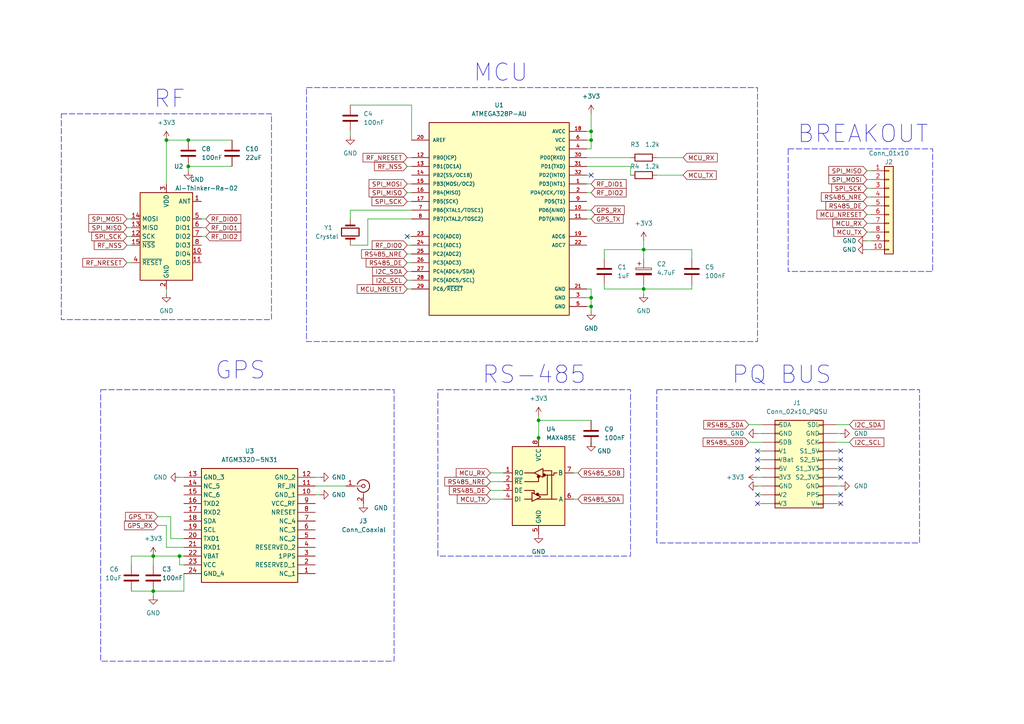
<source format=kicad_sch>
(kicad_sch (version 20230121) (generator eeschema)

  (uuid b4a94a9f-7fdf-43c6-82b9-c312e856d25f)

  (paper "A4")

  (title_block
    (title "PQ Com Unit")
    (date "2023-08-13")
    (rev "v01")
    (company "Author: Gary Allen")
  )

  (lib_symbols
    (symbol "ATGM332D-5N31:ATGM332D-5N31" (in_bom yes) (on_board yes)
      (property "Reference" "IC" (at 34.29 7.62 0)
        (effects (font (size 1.27 1.27)) (justify left top))
      )
      (property "Value" "ATGM332D-5N31" (at 34.29 5.08 0)
        (effects (font (size 1.27 1.27)) (justify left top))
      )
      (property "Footprint" "ATGM332D5N31" (at 34.29 -94.92 0)
        (effects (font (size 1.27 1.27)) (justify left top) hide)
      )
      (property "Datasheet" "https://datasheet.lcsc.com/szlcsc/ZHONGKEWEI-ATGM332D-5N31_C128659.pdf" (at 34.29 -194.92 0)
        (effects (font (size 1.27 1.27)) (justify left top) hide)
      )
      (property "Height" "2.6" (at 34.29 -394.92 0)
        (effects (font (size 1.27 1.27)) (justify left top) hide)
      )
      (property "Manufacturer_Name" "ZHONGKEWEI" (at 34.29 -494.92 0)
        (effects (font (size 1.27 1.27)) (justify left top) hide)
      )
      (property "Manufacturer_Part_Number" "ATGM332D-5N31" (at 34.29 -594.92 0)
        (effects (font (size 1.27 1.27)) (justify left top) hide)
      )
      (property "Mouser Part Number" "" (at 34.29 -694.92 0)
        (effects (font (size 1.27 1.27)) (justify left top) hide)
      )
      (property "Mouser Price/Stock" "" (at 34.29 -794.92 0)
        (effects (font (size 1.27 1.27)) (justify left top) hide)
      )
      (property "Arrow Part Number" "" (at 34.29 -894.92 0)
        (effects (font (size 1.27 1.27)) (justify left top) hide)
      )
      (property "Arrow Price/Stock" "" (at 34.29 -994.92 0)
        (effects (font (size 1.27 1.27)) (justify left top) hide)
      )
      (property "ki_description" "Communication Modules/GNSS Modules 12.2x16x2.4mm" (at 0 0 0)
        (effects (font (size 1.27 1.27)) hide)
      )
      (symbol "ATGM332D-5N31_1_1"
        (rectangle (start 5.08 2.54) (end 33.02 -30.48)
          (stroke (width 0.254) (type default))
          (fill (type background))
        )
        (pin passive line (at 38.1 -27.94 180) (length 5.08)
          (name "NC_1" (effects (font (size 1.27 1.27))))
          (number "1" (effects (font (size 1.27 1.27))))
        )
        (pin passive line (at 38.1 -5.08 180) (length 5.08)
          (name "GND_1" (effects (font (size 1.27 1.27))))
          (number "10" (effects (font (size 1.27 1.27))))
        )
        (pin passive line (at 38.1 -2.54 180) (length 5.08)
          (name "RF_IN" (effects (font (size 1.27 1.27))))
          (number "11" (effects (font (size 1.27 1.27))))
        )
        (pin passive line (at 38.1 0 180) (length 5.08)
          (name "GND_2" (effects (font (size 1.27 1.27))))
          (number "12" (effects (font (size 1.27 1.27))))
        )
        (pin passive line (at 0 0 0) (length 5.08)
          (name "GND_3" (effects (font (size 1.27 1.27))))
          (number "13" (effects (font (size 1.27 1.27))))
        )
        (pin passive line (at 0 -2.54 0) (length 5.08)
          (name "NC_5" (effects (font (size 1.27 1.27))))
          (number "14" (effects (font (size 1.27 1.27))))
        )
        (pin passive line (at 0 -5.08 0) (length 5.08)
          (name "NC_6" (effects (font (size 1.27 1.27))))
          (number "15" (effects (font (size 1.27 1.27))))
        )
        (pin passive line (at 0 -7.62 0) (length 5.08)
          (name "TXD2" (effects (font (size 1.27 1.27))))
          (number "16" (effects (font (size 1.27 1.27))))
        )
        (pin passive line (at 0 -10.16 0) (length 5.08)
          (name "RXD2" (effects (font (size 1.27 1.27))))
          (number "17" (effects (font (size 1.27 1.27))))
        )
        (pin passive line (at 0 -12.7 0) (length 5.08)
          (name "SDA" (effects (font (size 1.27 1.27))))
          (number "18" (effects (font (size 1.27 1.27))))
        )
        (pin passive line (at 0 -15.24 0) (length 5.08)
          (name "SCL" (effects (font (size 1.27 1.27))))
          (number "19" (effects (font (size 1.27 1.27))))
        )
        (pin passive line (at 38.1 -25.4 180) (length 5.08)
          (name "RESERVED_1" (effects (font (size 1.27 1.27))))
          (number "2" (effects (font (size 1.27 1.27))))
        )
        (pin passive line (at 0 -17.78 0) (length 5.08)
          (name "TXD1" (effects (font (size 1.27 1.27))))
          (number "20" (effects (font (size 1.27 1.27))))
        )
        (pin passive line (at 0 -20.32 0) (length 5.08)
          (name "RXD1" (effects (font (size 1.27 1.27))))
          (number "21" (effects (font (size 1.27 1.27))))
        )
        (pin passive line (at 0 -22.86 0) (length 5.08)
          (name "VBAT" (effects (font (size 1.27 1.27))))
          (number "22" (effects (font (size 1.27 1.27))))
        )
        (pin passive line (at 0 -25.4 0) (length 5.08)
          (name "VCC" (effects (font (size 1.27 1.27))))
          (number "23" (effects (font (size 1.27 1.27))))
        )
        (pin passive line (at 0 -27.94 0) (length 5.08)
          (name "GND_4" (effects (font (size 1.27 1.27))))
          (number "24" (effects (font (size 1.27 1.27))))
        )
        (pin passive line (at 38.1 -22.86 180) (length 5.08)
          (name "1PPS" (effects (font (size 1.27 1.27))))
          (number "3" (effects (font (size 1.27 1.27))))
        )
        (pin passive line (at 38.1 -20.32 180) (length 5.08)
          (name "RESERVED_2" (effects (font (size 1.27 1.27))))
          (number "4" (effects (font (size 1.27 1.27))))
        )
        (pin passive line (at 38.1 -17.78 180) (length 5.08)
          (name "NC_2" (effects (font (size 1.27 1.27))))
          (number "5" (effects (font (size 1.27 1.27))))
        )
        (pin passive line (at 38.1 -15.24 180) (length 5.08)
          (name "NC_3" (effects (font (size 1.27 1.27))))
          (number "6" (effects (font (size 1.27 1.27))))
        )
        (pin passive line (at 38.1 -12.7 180) (length 5.08)
          (name "NC_4" (effects (font (size 1.27 1.27))))
          (number "7" (effects (font (size 1.27 1.27))))
        )
        (pin passive line (at 38.1 -10.16 180) (length 5.08)
          (name "NRESET" (effects (font (size 1.27 1.27))))
          (number "8" (effects (font (size 1.27 1.27))))
        )
        (pin passive line (at 38.1 -7.62 180) (length 5.08)
          (name "VCC_RF" (effects (font (size 1.27 1.27))))
          (number "9" (effects (font (size 1.27 1.27))))
        )
      )
    )
    (symbol "ATMEGA328P-AU:ATMEGA328P-AU" (pin_names (offset 1.016)) (in_bom yes) (on_board yes)
      (property "Reference" "U1" (at 0 33.02 0)
        (effects (font (size 1.27 1.27)))
      )
      (property "Value" "ATMEGA328P-AU" (at 0 30.48 0)
        (effects (font (size 1.27 1.27)))
      )
      (property "Footprint" "QFP80P900X900X120-32N" (at -11.43 39.37 0)
        (effects (font (size 1.27 1.27)) (justify bottom) hide)
      )
      (property "Datasheet" "" (at -10.16 0 0)
        (effects (font (size 1.27 1.27)) hide)
      )
      (property "MANUFACTURER" "Atmel" (at 2.54 -1.27 0)
        (effects (font (size 1.27 1.27)) (justify bottom) hide)
      )
      (symbol "ATMEGA328P-AU_0_0"
        (rectangle (start -20.32 27.94) (end 20.32 -27.94)
          (stroke (width 0.254) (type default))
          (fill (type background))
        )
        (pin power_in line (at 25.4 25.4 180) (length 5.08)
          (name "AVCC" (effects (font (size 1.016 1.016))))
          (number "18" (effects (font (size 1.016 1.016))))
        )
        (pin bidirectional line (at 25.4 -5.08 180) (length 5.08)
          (name "ADC6" (effects (font (size 1.016 1.016))))
          (number "19" (effects (font (size 1.016 1.016))))
        )
        (pin input line (at -25.4 22.86 0) (length 5.08)
          (name "AREF" (effects (font (size 1.016 1.016))))
          (number "20" (effects (font (size 1.016 1.016))))
        )
        (pin power_in line (at 25.4 -20.32 180) (length 5.08)
          (name "GND" (effects (font (size 1.016 1.016))))
          (number "21" (effects (font (size 1.016 1.016))))
        )
        (pin bidirectional line (at 25.4 -7.62 180) (length 5.08)
          (name "ADC7" (effects (font (size 1.016 1.016))))
          (number "22" (effects (font (size 1.016 1.016))))
        )
        (pin bidirectional line (at -25.4 -20.32 0) (length 5.08)
          (name "PC6/~{RESET}" (effects (font (size 1.016 1.016))))
          (number "29" (effects (font (size 1.016 1.016))))
        )
        (pin power_in line (at 25.4 -22.86 180) (length 5.08)
          (name "GND" (effects (font (size 1.016 1.016))))
          (number "3" (effects (font (size 1.016 1.016))))
        )
        (pin power_in line (at 25.4 20.32 180) (length 5.08)
          (name "VCC" (effects (font (size 1.016 1.016))))
          (number "4" (effects (font (size 1.016 1.016))))
        )
        (pin power_in line (at 25.4 -25.4 180) (length 5.08)
          (name "GND" (effects (font (size 1.016 1.016))))
          (number "5" (effects (font (size 1.016 1.016))))
        )
        (pin power_in line (at 25.4 22.86 180) (length 5.08)
          (name "VCC" (effects (font (size 1.016 1.016))))
          (number "6" (effects (font (size 1.016 1.016))))
        )
      )
      (symbol "ATMEGA328P-AU_1_0"
        (pin bidirectional line (at 25.4 10.16 180) (length 5.08)
          (name "PD3(INT1)" (effects (font (size 1.016 1.016))))
          (number "1" (effects (font (size 1.016 1.016))))
        )
        (pin bidirectional line (at 25.4 2.54 180) (length 5.08)
          (name "PD6(AIN0)" (effects (font (size 1.016 1.016))))
          (number "10" (effects (font (size 1.016 1.016))))
        )
        (pin bidirectional line (at 25.4 0 180) (length 5.08)
          (name "PD7(AIN0)" (effects (font (size 1.016 1.016))))
          (number "11" (effects (font (size 1.016 1.016))))
        )
        (pin bidirectional line (at -25.4 17.78 0) (length 5.08)
          (name "PB0(ICP)" (effects (font (size 1.016 1.016))))
          (number "12" (effects (font (size 1.016 1.016))))
        )
        (pin bidirectional line (at -25.4 15.24 0) (length 5.08)
          (name "PB1(OC1A)" (effects (font (size 1.016 1.016))))
          (number "13" (effects (font (size 1.016 1.016))))
        )
        (pin bidirectional line (at -25.4 12.7 0) (length 5.08)
          (name "PB2(SS/OC1B)" (effects (font (size 1.016 1.016))))
          (number "14" (effects (font (size 1.016 1.016))))
        )
        (pin bidirectional line (at -25.4 10.16 0) (length 5.08)
          (name "PB3(MOSI/OC2)" (effects (font (size 1.016 1.016))))
          (number "15" (effects (font (size 1.016 1.016))))
        )
        (pin bidirectional line (at -25.4 7.62 0) (length 5.08)
          (name "PB4(MISO)" (effects (font (size 1.016 1.016))))
          (number "16" (effects (font (size 1.016 1.016))))
        )
        (pin bidirectional line (at -25.4 5.08 0) (length 5.08)
          (name "PB5(SCK)" (effects (font (size 1.016 1.016))))
          (number "17" (effects (font (size 1.016 1.016))))
        )
        (pin bidirectional line (at 25.4 7.62 180) (length 5.08)
          (name "PD4(XCK/T0)" (effects (font (size 1.016 1.016))))
          (number "2" (effects (font (size 1.016 1.016))))
        )
        (pin bidirectional line (at -25.4 -5.08 0) (length 5.08)
          (name "PC0(ADC0)" (effects (font (size 1.016 1.016))))
          (number "23" (effects (font (size 1.016 1.016))))
        )
        (pin bidirectional line (at -25.4 -7.62 0) (length 5.08)
          (name "PC1(ADC1)" (effects (font (size 1.016 1.016))))
          (number "24" (effects (font (size 1.016 1.016))))
        )
        (pin bidirectional line (at -25.4 -10.16 0) (length 5.08)
          (name "PC2(ADC2)" (effects (font (size 1.016 1.016))))
          (number "25" (effects (font (size 1.016 1.016))))
        )
        (pin bidirectional line (at -25.4 -12.7 0) (length 5.08)
          (name "PC3(ADC3)" (effects (font (size 1.016 1.016))))
          (number "26" (effects (font (size 1.016 1.016))))
        )
        (pin bidirectional line (at -25.4 -15.24 0) (length 5.08)
          (name "PC4(ADC4/SDA)" (effects (font (size 1.016 1.016))))
          (number "27" (effects (font (size 1.016 1.016))))
        )
        (pin bidirectional line (at -25.4 -17.78 0) (length 5.08)
          (name "PC5(ADC5/SCL)" (effects (font (size 1.016 1.016))))
          (number "28" (effects (font (size 1.016 1.016))))
        )
        (pin bidirectional line (at 25.4 17.78 180) (length 5.08)
          (name "PD0(RXD)" (effects (font (size 1.016 1.016))))
          (number "30" (effects (font (size 1.016 1.016))))
        )
        (pin bidirectional line (at 25.4 15.24 180) (length 5.08)
          (name "PD1(TXD)" (effects (font (size 1.016 1.016))))
          (number "31" (effects (font (size 1.016 1.016))))
        )
        (pin bidirectional line (at 25.4 12.7 180) (length 5.08)
          (name "PD2(INT0)" (effects (font (size 1.016 1.016))))
          (number "32" (effects (font (size 1.016 1.016))))
        )
        (pin bidirectional line (at -25.4 2.54 0) (length 5.08)
          (name "PB6(XTAL1/TOSC1)" (effects (font (size 1.016 1.016))))
          (number "7" (effects (font (size 1.016 1.016))))
        )
        (pin bidirectional line (at -25.4 0 0) (length 5.08)
          (name "PB7(XTAL2/TOSC2)" (effects (font (size 1.016 1.016))))
          (number "8" (effects (font (size 1.016 1.016))))
        )
        (pin bidirectional line (at 25.4 5.08 180) (length 5.08)
          (name "PD5(T1)" (effects (font (size 1.016 1.016))))
          (number "9" (effects (font (size 1.016 1.016))))
        )
      )
    )
    (symbol "Connector:Conn_Coaxial" (pin_names (offset 1.016) hide) (in_bom yes) (on_board yes)
      (property "Reference" "J" (at 0.254 3.048 0)
        (effects (font (size 1.27 1.27)))
      )
      (property "Value" "Conn_Coaxial" (at 2.921 0 90)
        (effects (font (size 1.27 1.27)))
      )
      (property "Footprint" "" (at 0 0 0)
        (effects (font (size 1.27 1.27)) hide)
      )
      (property "Datasheet" " ~" (at 0 0 0)
        (effects (font (size 1.27 1.27)) hide)
      )
      (property "ki_keywords" "BNC SMA SMB SMC LEMO coaxial connector CINCH RCA" (at 0 0 0)
        (effects (font (size 1.27 1.27)) hide)
      )
      (property "ki_description" "coaxial connector (BNC, SMA, SMB, SMC, Cinch/RCA, LEMO, ...)" (at 0 0 0)
        (effects (font (size 1.27 1.27)) hide)
      )
      (property "ki_fp_filters" "*BNC* *SMA* *SMB* *SMC* *Cinch* *LEMO*" (at 0 0 0)
        (effects (font (size 1.27 1.27)) hide)
      )
      (symbol "Conn_Coaxial_0_1"
        (arc (start -1.778 -0.508) (mid 0.2311 -1.8066) (end 1.778 0)
          (stroke (width 0.254) (type default))
          (fill (type none))
        )
        (polyline
          (pts
            (xy -2.54 0)
            (xy -0.508 0)
          )
          (stroke (width 0) (type default))
          (fill (type none))
        )
        (polyline
          (pts
            (xy 0 -2.54)
            (xy 0 -1.778)
          )
          (stroke (width 0) (type default))
          (fill (type none))
        )
        (circle (center 0 0) (radius 0.508)
          (stroke (width 0.2032) (type default))
          (fill (type none))
        )
        (arc (start 1.778 0) (mid 0.2099 1.8101) (end -1.778 0.508)
          (stroke (width 0.254) (type default))
          (fill (type none))
        )
      )
      (symbol "Conn_Coaxial_1_1"
        (pin passive line (at -5.08 0 0) (length 2.54)
          (name "In" (effects (font (size 1.27 1.27))))
          (number "1" (effects (font (size 1.27 1.27))))
        )
        (pin passive line (at 0 -5.08 90) (length 2.54)
          (name "Ext" (effects (font (size 1.27 1.27))))
          (number "2" (effects (font (size 1.27 1.27))))
        )
      )
    )
    (symbol "Connector_Generic:Conn_01x10" (pin_names (offset 1.016) hide) (in_bom yes) (on_board yes)
      (property "Reference" "J" (at 0 12.7 0)
        (effects (font (size 1.27 1.27)))
      )
      (property "Value" "Conn_01x10" (at 0 -15.24 0)
        (effects (font (size 1.27 1.27)))
      )
      (property "Footprint" "" (at 0 0 0)
        (effects (font (size 1.27 1.27)) hide)
      )
      (property "Datasheet" "~" (at 0 0 0)
        (effects (font (size 1.27 1.27)) hide)
      )
      (property "ki_keywords" "connector" (at 0 0 0)
        (effects (font (size 1.27 1.27)) hide)
      )
      (property "ki_description" "Generic connector, single row, 01x10, script generated (kicad-library-utils/schlib/autogen/connector/)" (at 0 0 0)
        (effects (font (size 1.27 1.27)) hide)
      )
      (property "ki_fp_filters" "Connector*:*_1x??_*" (at 0 0 0)
        (effects (font (size 1.27 1.27)) hide)
      )
      (symbol "Conn_01x10_1_1"
        (rectangle (start -1.27 -12.573) (end 0 -12.827)
          (stroke (width 0.1524) (type default))
          (fill (type none))
        )
        (rectangle (start -1.27 -10.033) (end 0 -10.287)
          (stroke (width 0.1524) (type default))
          (fill (type none))
        )
        (rectangle (start -1.27 -7.493) (end 0 -7.747)
          (stroke (width 0.1524) (type default))
          (fill (type none))
        )
        (rectangle (start -1.27 -4.953) (end 0 -5.207)
          (stroke (width 0.1524) (type default))
          (fill (type none))
        )
        (rectangle (start -1.27 -2.413) (end 0 -2.667)
          (stroke (width 0.1524) (type default))
          (fill (type none))
        )
        (rectangle (start -1.27 0.127) (end 0 -0.127)
          (stroke (width 0.1524) (type default))
          (fill (type none))
        )
        (rectangle (start -1.27 2.667) (end 0 2.413)
          (stroke (width 0.1524) (type default))
          (fill (type none))
        )
        (rectangle (start -1.27 5.207) (end 0 4.953)
          (stroke (width 0.1524) (type default))
          (fill (type none))
        )
        (rectangle (start -1.27 7.747) (end 0 7.493)
          (stroke (width 0.1524) (type default))
          (fill (type none))
        )
        (rectangle (start -1.27 10.287) (end 0 10.033)
          (stroke (width 0.1524) (type default))
          (fill (type none))
        )
        (rectangle (start -1.27 11.43) (end 1.27 -13.97)
          (stroke (width 0.254) (type default))
          (fill (type background))
        )
        (pin passive line (at -5.08 10.16 0) (length 3.81)
          (name "Pin_1" (effects (font (size 1.27 1.27))))
          (number "1" (effects (font (size 1.27 1.27))))
        )
        (pin passive line (at -5.08 -12.7 0) (length 3.81)
          (name "Pin_10" (effects (font (size 1.27 1.27))))
          (number "10" (effects (font (size 1.27 1.27))))
        )
        (pin passive line (at -5.08 7.62 0) (length 3.81)
          (name "Pin_2" (effects (font (size 1.27 1.27))))
          (number "2" (effects (font (size 1.27 1.27))))
        )
        (pin passive line (at -5.08 5.08 0) (length 3.81)
          (name "Pin_3" (effects (font (size 1.27 1.27))))
          (number "3" (effects (font (size 1.27 1.27))))
        )
        (pin passive line (at -5.08 2.54 0) (length 3.81)
          (name "Pin_4" (effects (font (size 1.27 1.27))))
          (number "4" (effects (font (size 1.27 1.27))))
        )
        (pin passive line (at -5.08 0 0) (length 3.81)
          (name "Pin_5" (effects (font (size 1.27 1.27))))
          (number "5" (effects (font (size 1.27 1.27))))
        )
        (pin passive line (at -5.08 -2.54 0) (length 3.81)
          (name "Pin_6" (effects (font (size 1.27 1.27))))
          (number "6" (effects (font (size 1.27 1.27))))
        )
        (pin passive line (at -5.08 -5.08 0) (length 3.81)
          (name "Pin_7" (effects (font (size 1.27 1.27))))
          (number "7" (effects (font (size 1.27 1.27))))
        )
        (pin passive line (at -5.08 -7.62 0) (length 3.81)
          (name "Pin_8" (effects (font (size 1.27 1.27))))
          (number "8" (effects (font (size 1.27 1.27))))
        )
        (pin passive line (at -5.08 -10.16 0) (length 3.81)
          (name "Pin_9" (effects (font (size 1.27 1.27))))
          (number "9" (effects (font (size 1.27 1.27))))
        )
      )
    )
    (symbol "Connector_Generic:Conn_02x10_Top_Bottom" (pin_numbers hide) (pin_names (offset 1.016)) (in_bom yes) (on_board yes)
      (property "Reference" "J2" (at 1.27 16.51 0)
        (effects (font (size 1.27 1.27)))
      )
      (property "Value" "Conn_02x10_PQSU" (at 1.27 13.97 0)
        (effects (font (size 1.27 1.27)))
      )
      (property "Footprint" "Connector_PinHeader_2.54mm:PinHeader_2x10_P2.54mm_Vertical" (at 5.08 25.4 0)
        (effects (font (size 1.27 1.27)) hide)
      )
      (property "Datasheet" "~" (at 0 0 0)
        (effects (font (size 1.27 1.27)) hide)
      )
      (property "ki_keywords" "connector" (at 0 0 0)
        (effects (font (size 1.27 1.27)) hide)
      )
      (property "ki_description" "Generic connector, double row, 02x10, top/bottom pin numbering scheme (row 1: 1...pins_per_row, row2: pins_per_row+1 ... num_pins), script generated (kicad-library-utils/schlib/autogen/connector/)" (at 0 0 0)
        (effects (font (size 1.27 1.27)) hide)
      )
      (property "ki_fp_filters" "Connector*:*_2x??_*" (at 0 0 0)
        (effects (font (size 1.27 1.27)) hide)
      )
      (symbol "Conn_02x10_Top_Bottom_1_1"
        (rectangle (start -1.27 -12.573) (end 0 -12.827)
          (stroke (width 0.1524) (type default))
          (fill (type none))
        )
        (rectangle (start -1.27 -10.033) (end 0 -10.287)
          (stroke (width 0.1524) (type default))
          (fill (type none))
        )
        (rectangle (start -1.27 -7.493) (end 0 -7.747)
          (stroke (width 0.1524) (type default))
          (fill (type none))
        )
        (rectangle (start -1.27 -4.953) (end 0 -5.207)
          (stroke (width 0.1524) (type default))
          (fill (type none))
        )
        (rectangle (start -1.27 -2.413) (end 0 -2.667)
          (stroke (width 0.1524) (type default))
          (fill (type none))
        )
        (rectangle (start -1.27 0.127) (end 0 -0.127)
          (stroke (width 0.1524) (type default))
          (fill (type none))
        )
        (rectangle (start -1.27 2.667) (end 0 2.413)
          (stroke (width 0.1524) (type default))
          (fill (type none))
        )
        (rectangle (start -1.27 5.207) (end 0 4.953)
          (stroke (width 0.1524) (type default))
          (fill (type none))
        )
        (rectangle (start -1.27 7.747) (end 0 7.493)
          (stroke (width 0.1524) (type default))
          (fill (type none))
        )
        (rectangle (start -1.27 10.287) (end 0 10.033)
          (stroke (width 0.1524) (type default))
          (fill (type none))
        )
        (rectangle (start -1.27 11.43) (end 12.7 -13.97)
          (stroke (width 0.254) (type default))
          (fill (type background))
        )
        (rectangle (start 11.43 -2.54) (end 12.7 -2.794)
          (stroke (width 0.1524) (type default))
          (fill (type none))
        )
        (rectangle (start 11.43 0) (end 12.7 -0.254)
          (stroke (width 0.1524) (type default))
          (fill (type none))
        )
        (rectangle (start 11.43 10.16) (end 12.7 9.906)
          (stroke (width 0.1524) (type default))
          (fill (type none))
        )
        (rectangle (start 12.7 -12.7) (end 11.43 -12.954)
          (stroke (width 0.1524) (type default))
          (fill (type none))
        )
        (rectangle (start 12.7 -10.16) (end 11.43 -10.414)
          (stroke (width 0.1524) (type default))
          (fill (type none))
        )
        (rectangle (start 12.7 -7.62) (end 11.43 -7.874)
          (stroke (width 0.1524) (type default))
          (fill (type none))
        )
        (rectangle (start 12.7 -5.08) (end 11.43 -5.334)
          (stroke (width 0.1524) (type default))
          (fill (type none))
        )
        (rectangle (start 12.7 2.54) (end 11.43 2.286)
          (stroke (width 0.1524) (type default))
          (fill (type none))
        )
        (rectangle (start 12.7 5.08) (end 11.43 4.826)
          (stroke (width 0.1524) (type default))
          (fill (type none))
        )
        (rectangle (start 12.7 7.62) (end 11.43 7.366)
          (stroke (width 0.1524) (type default))
          (fill (type none))
        )
        (pin passive line (at -5.08 10.16 0) (length 3.81)
          (name "SDA" (effects (font (size 1.27 1.27))))
          (number "1" (effects (font (size 1.27 1.27))))
        )
        (pin passive line (at -5.08 -12.7 0) (length 3.81)
          (name "V3" (effects (font (size 1.27 1.27))))
          (number "10" (effects (font (size 1.27 1.27))))
        )
        (pin passive line (at 16.51 10.16 180) (length 3.81)
          (name "SDL" (effects (font (size 1.27 1.27))))
          (number "11" (effects (font (size 1.27 1.27))))
        )
        (pin passive line (at 16.51 7.62 180) (length 3.81)
          (name "GND" (effects (font (size 1.27 1.27))))
          (number "12" (effects (font (size 1.27 1.27))))
        )
        (pin passive line (at 16.51 5.08 180) (length 3.81)
          (name "SCK" (effects (font (size 1.27 1.27))))
          (number "13" (effects (font (size 1.27 1.27))))
        )
        (pin passive line (at 16.51 2.54 180) (length 3.81)
          (name "S1_5V" (effects (font (size 1.27 1.27))))
          (number "14" (effects (font (size 1.27 1.27))))
        )
        (pin passive line (at 16.51 0 180) (length 3.81)
          (name "S2_5V" (effects (font (size 1.27 1.27))))
          (number "15" (effects (font (size 1.27 1.27))))
        )
        (pin passive line (at 16.51 -2.54 180) (length 3.81)
          (name "S1_3V3" (effects (font (size 1.27 1.27))))
          (number "16" (effects (font (size 1.27 1.27))))
        )
        (pin passive line (at 16.51 -5.08 180) (length 3.81)
          (name "S2_3V3" (effects (font (size 1.27 1.27))))
          (number "17" (effects (font (size 1.27 1.27))))
        )
        (pin passive line (at 16.51 -7.62 180) (length 3.81)
          (name "GND" (effects (font (size 1.27 1.27))))
          (number "18" (effects (font (size 1.27 1.27))))
        )
        (pin passive line (at 16.51 -10.16 180) (length 3.81)
          (name "PPS" (effects (font (size 1.27 1.27))))
          (number "19" (effects (font (size 1.27 1.27))))
        )
        (pin passive line (at -5.08 7.62 0) (length 3.81)
          (name "GND" (effects (font (size 1.27 1.27))))
          (number "2" (effects (font (size 1.27 1.27))))
        )
        (pin passive line (at 16.51 -12.7 180) (length 3.81)
          (name "V4" (effects (font (size 1.27 1.27))))
          (number "20" (effects (font (size 1.27 1.27))))
        )
        (pin passive line (at -5.08 5.08 0) (length 3.81)
          (name "SDB" (effects (font (size 1.27 1.27))))
          (number "3" (effects (font (size 1.27 1.27))))
        )
        (pin passive line (at -5.08 2.54 0) (length 3.81)
          (name "V1" (effects (font (size 1.27 1.27))))
          (number "4" (effects (font (size 1.27 1.27))))
        )
        (pin passive line (at -5.08 0 0) (length 3.81)
          (name "VBat" (effects (font (size 1.27 1.27))))
          (number "5" (effects (font (size 1.27 1.27))))
        )
        (pin passive line (at -5.08 -2.54 0) (length 3.81)
          (name "5V" (effects (font (size 1.27 1.27))))
          (number "6" (effects (font (size 1.27 1.27))))
        )
        (pin passive line (at -5.08 -5.08 0) (length 3.81)
          (name "3V3" (effects (font (size 1.27 1.27))))
          (number "7" (effects (font (size 1.27 1.27))))
        )
        (pin passive line (at -5.08 -7.62 0) (length 3.81)
          (name "GND" (effects (font (size 1.27 1.27))))
          (number "8" (effects (font (size 1.27 1.27))))
        )
        (pin passive line (at -5.08 -10.16 0) (length 3.81)
          (name "V2" (effects (font (size 1.27 1.27))))
          (number "9" (effects (font (size 1.27 1.27))))
        )
      )
    )
    (symbol "Device:C" (pin_numbers hide) (pin_names (offset 0.254)) (in_bom yes) (on_board yes)
      (property "Reference" "C" (at 0.635 2.54 0)
        (effects (font (size 1.27 1.27)) (justify left))
      )
      (property "Value" "C" (at 0.635 -2.54 0)
        (effects (font (size 1.27 1.27)) (justify left))
      )
      (property "Footprint" "" (at 0.9652 -3.81 0)
        (effects (font (size 1.27 1.27)) hide)
      )
      (property "Datasheet" "~" (at 0 0 0)
        (effects (font (size 1.27 1.27)) hide)
      )
      (property "ki_keywords" "cap capacitor" (at 0 0 0)
        (effects (font (size 1.27 1.27)) hide)
      )
      (property "ki_description" "Unpolarized capacitor" (at 0 0 0)
        (effects (font (size 1.27 1.27)) hide)
      )
      (property "ki_fp_filters" "C_*" (at 0 0 0)
        (effects (font (size 1.27 1.27)) hide)
      )
      (symbol "C_0_1"
        (polyline
          (pts
            (xy -2.032 -0.762)
            (xy 2.032 -0.762)
          )
          (stroke (width 0.508) (type default))
          (fill (type none))
        )
        (polyline
          (pts
            (xy -2.032 0.762)
            (xy 2.032 0.762)
          )
          (stroke (width 0.508) (type default))
          (fill (type none))
        )
      )
      (symbol "C_1_1"
        (pin passive line (at 0 3.81 270) (length 2.794)
          (name "~" (effects (font (size 1.27 1.27))))
          (number "1" (effects (font (size 1.27 1.27))))
        )
        (pin passive line (at 0 -3.81 90) (length 2.794)
          (name "~" (effects (font (size 1.27 1.27))))
          (number "2" (effects (font (size 1.27 1.27))))
        )
      )
    )
    (symbol "Device:C_Polarized" (pin_numbers hide) (pin_names (offset 0.254)) (in_bom yes) (on_board yes)
      (property "Reference" "C" (at 0.635 2.54 0)
        (effects (font (size 1.27 1.27)) (justify left))
      )
      (property "Value" "C_Polarized" (at 0.635 -2.54 0)
        (effects (font (size 1.27 1.27)) (justify left))
      )
      (property "Footprint" "" (at 0.9652 -3.81 0)
        (effects (font (size 1.27 1.27)) hide)
      )
      (property "Datasheet" "~" (at 0 0 0)
        (effects (font (size 1.27 1.27)) hide)
      )
      (property "ki_keywords" "cap capacitor" (at 0 0 0)
        (effects (font (size 1.27 1.27)) hide)
      )
      (property "ki_description" "Polarized capacitor" (at 0 0 0)
        (effects (font (size 1.27 1.27)) hide)
      )
      (property "ki_fp_filters" "CP_*" (at 0 0 0)
        (effects (font (size 1.27 1.27)) hide)
      )
      (symbol "C_Polarized_0_1"
        (rectangle (start -2.286 0.508) (end 2.286 1.016)
          (stroke (width 0) (type default))
          (fill (type none))
        )
        (polyline
          (pts
            (xy -1.778 2.286)
            (xy -0.762 2.286)
          )
          (stroke (width 0) (type default))
          (fill (type none))
        )
        (polyline
          (pts
            (xy -1.27 2.794)
            (xy -1.27 1.778)
          )
          (stroke (width 0) (type default))
          (fill (type none))
        )
        (rectangle (start 2.286 -0.508) (end -2.286 -1.016)
          (stroke (width 0) (type default))
          (fill (type outline))
        )
      )
      (symbol "C_Polarized_1_1"
        (pin passive line (at 0 3.81 270) (length 2.794)
          (name "~" (effects (font (size 1.27 1.27))))
          (number "1" (effects (font (size 1.27 1.27))))
        )
        (pin passive line (at 0 -3.81 90) (length 2.794)
          (name "~" (effects (font (size 1.27 1.27))))
          (number "2" (effects (font (size 1.27 1.27))))
        )
      )
    )
    (symbol "Device:Crystal" (pin_numbers hide) (pin_names (offset 1.016) hide) (in_bom yes) (on_board yes)
      (property "Reference" "Y" (at 0 3.81 0)
        (effects (font (size 1.27 1.27)))
      )
      (property "Value" "Crystal" (at 0 -3.81 0)
        (effects (font (size 1.27 1.27)))
      )
      (property "Footprint" "" (at 0 0 0)
        (effects (font (size 1.27 1.27)) hide)
      )
      (property "Datasheet" "~" (at 0 0 0)
        (effects (font (size 1.27 1.27)) hide)
      )
      (property "ki_keywords" "quartz ceramic resonator oscillator" (at 0 0 0)
        (effects (font (size 1.27 1.27)) hide)
      )
      (property "ki_description" "Two pin crystal" (at 0 0 0)
        (effects (font (size 1.27 1.27)) hide)
      )
      (property "ki_fp_filters" "Crystal*" (at 0 0 0)
        (effects (font (size 1.27 1.27)) hide)
      )
      (symbol "Crystal_0_1"
        (rectangle (start -1.143 2.54) (end 1.143 -2.54)
          (stroke (width 0.3048) (type default))
          (fill (type none))
        )
        (polyline
          (pts
            (xy -2.54 0)
            (xy -1.905 0)
          )
          (stroke (width 0) (type default))
          (fill (type none))
        )
        (polyline
          (pts
            (xy -1.905 -1.27)
            (xy -1.905 1.27)
          )
          (stroke (width 0.508) (type default))
          (fill (type none))
        )
        (polyline
          (pts
            (xy 1.905 -1.27)
            (xy 1.905 1.27)
          )
          (stroke (width 0.508) (type default))
          (fill (type none))
        )
        (polyline
          (pts
            (xy 2.54 0)
            (xy 1.905 0)
          )
          (stroke (width 0) (type default))
          (fill (type none))
        )
      )
      (symbol "Crystal_1_1"
        (pin passive line (at -3.81 0 0) (length 1.27)
          (name "1" (effects (font (size 1.27 1.27))))
          (number "1" (effects (font (size 1.27 1.27))))
        )
        (pin passive line (at 3.81 0 180) (length 1.27)
          (name "2" (effects (font (size 1.27 1.27))))
          (number "2" (effects (font (size 1.27 1.27))))
        )
      )
    )
    (symbol "Device:R" (pin_numbers hide) (pin_names (offset 0)) (in_bom yes) (on_board yes)
      (property "Reference" "R" (at 2.032 0 90)
        (effects (font (size 1.27 1.27)))
      )
      (property "Value" "R" (at 0 0 90)
        (effects (font (size 1.27 1.27)))
      )
      (property "Footprint" "" (at -1.778 0 90)
        (effects (font (size 1.27 1.27)) hide)
      )
      (property "Datasheet" "~" (at 0 0 0)
        (effects (font (size 1.27 1.27)) hide)
      )
      (property "ki_keywords" "R res resistor" (at 0 0 0)
        (effects (font (size 1.27 1.27)) hide)
      )
      (property "ki_description" "Resistor" (at 0 0 0)
        (effects (font (size 1.27 1.27)) hide)
      )
      (property "ki_fp_filters" "R_*" (at 0 0 0)
        (effects (font (size 1.27 1.27)) hide)
      )
      (symbol "R_0_1"
        (rectangle (start -1.016 -2.54) (end 1.016 2.54)
          (stroke (width 0.254) (type default))
          (fill (type none))
        )
      )
      (symbol "R_1_1"
        (pin passive line (at 0 3.81 270) (length 1.27)
          (name "~" (effects (font (size 1.27 1.27))))
          (number "1" (effects (font (size 1.27 1.27))))
        )
        (pin passive line (at 0 -3.81 90) (length 1.27)
          (name "~" (effects (font (size 1.27 1.27))))
          (number "2" (effects (font (size 1.27 1.27))))
        )
      )
    )
    (symbol "Interface_UART:MAX485E" (in_bom yes) (on_board yes)
      (property "Reference" "U" (at -6.096 11.43 0)
        (effects (font (size 1.27 1.27)))
      )
      (property "Value" "MAX485E" (at 0.762 11.43 0)
        (effects (font (size 1.27 1.27)) (justify left))
      )
      (property "Footprint" "" (at 0 -17.78 0)
        (effects (font (size 1.27 1.27)) hide)
      )
      (property "Datasheet" "https://datasheets.maximintegrated.com/en/ds/MAX1487E-MAX491E.pdf" (at 0 1.27 0)
        (effects (font (size 1.27 1.27)) hide)
      )
      (property "ki_keywords" "Half duplex RS-485/RS-422, 2.5 Mbps, ±15kV electro-static discharge (ESD) protection, no slew-rate, no low-power shutdown, with receiver/driver enable, 32 receiver drive kapacitity, DIP-8 and SOIC-8" (at 0 0 0)
        (effects (font (size 1.27 1.27)) hide)
      )
      (property "ki_description" "Half duplex RS-485/RS-422, 2.5 Mbps, ±15kV electro-static discharge (ESD) protection, no slew-rate, no low-power shutdown, with receiver/driver enable, 32 receiver drive kapacitity, DIP-8 and SOIC-8" (at 0 0 0)
        (effects (font (size 1.27 1.27)) hide)
      )
      (property "ki_fp_filters" "DIP*W7.62mm* SOIC*3.9x4.9mm*P1.27mm*" (at 0 0 0)
        (effects (font (size 1.27 1.27)) hide)
      )
      (symbol "MAX485E_0_1"
        (rectangle (start -7.62 10.16) (end 7.62 -12.7)
          (stroke (width 0.254) (type default))
          (fill (type background))
        )
        (circle (center -0.3048 -3.683) (radius 0.3556)
          (stroke (width 0.254) (type default))
          (fill (type outline))
        )
        (circle (center -0.0254 1.4986) (radius 0.3556)
          (stroke (width 0.254) (type default))
          (fill (type outline))
        )
        (polyline
          (pts
            (xy -4.064 -5.08)
            (xy -1.905 -5.08)
          )
          (stroke (width 0.254) (type default))
          (fill (type none))
        )
        (polyline
          (pts
            (xy -4.064 2.54)
            (xy -1.27 2.54)
          )
          (stroke (width 0.254) (type default))
          (fill (type none))
        )
        (polyline
          (pts
            (xy -1.27 -3.2004)
            (xy -1.27 -3.4544)
          )
          (stroke (width 0.254) (type default))
          (fill (type none))
        )
        (polyline
          (pts
            (xy -0.635 -5.08)
            (xy 5.334 -5.08)
          )
          (stroke (width 0.254) (type default))
          (fill (type none))
        )
        (polyline
          (pts
            (xy -4.064 -2.54)
            (xy -1.27 -2.54)
            (xy -1.27 -3.175)
          )
          (stroke (width 0.254) (type default))
          (fill (type none))
        )
        (polyline
          (pts
            (xy 0 1.27)
            (xy 0 0)
            (xy -4.064 0)
          )
          (stroke (width 0.254) (type default))
          (fill (type none))
        )
        (polyline
          (pts
            (xy 1.27 3.175)
            (xy 3.81 3.175)
            (xy 3.81 -5.08)
          )
          (stroke (width 0.254) (type default))
          (fill (type none))
        )
        (polyline
          (pts
            (xy 2.54 1.905)
            (xy 2.54 -3.81)
            (xy 0 -3.81)
          )
          (stroke (width 0.254) (type default))
          (fill (type none))
        )
        (polyline
          (pts
            (xy -1.905 -3.175)
            (xy -1.905 -5.715)
            (xy 0.635 -4.445)
            (xy -1.905 -3.175)
          )
          (stroke (width 0.254) (type default))
          (fill (type none))
        )
        (polyline
          (pts
            (xy -1.27 2.54)
            (xy 1.27 3.81)
            (xy 1.27 1.27)
            (xy -1.27 2.54)
          )
          (stroke (width 0.254) (type default))
          (fill (type none))
        )
        (polyline
          (pts
            (xy 1.905 1.905)
            (xy 4.445 1.905)
            (xy 4.445 2.54)
            (xy 5.334 2.54)
          )
          (stroke (width 0.254) (type default))
          (fill (type none))
        )
        (rectangle (start 1.27 3.175) (end 1.27 3.175)
          (stroke (width 0) (type default))
          (fill (type none))
        )
        (circle (center 1.651 1.905) (radius 0.3556)
          (stroke (width 0.254) (type default))
          (fill (type outline))
        )
      )
      (symbol "MAX485E_1_1"
        (pin output line (at -10.16 2.54 0) (length 2.54)
          (name "RO" (effects (font (size 1.27 1.27))))
          (number "1" (effects (font (size 1.27 1.27))))
        )
        (pin input line (at -10.16 0 0) (length 2.54)
          (name "~{RE}" (effects (font (size 1.27 1.27))))
          (number "2" (effects (font (size 1.27 1.27))))
        )
        (pin input line (at -10.16 -2.54 0) (length 2.54)
          (name "DE" (effects (font (size 1.27 1.27))))
          (number "3" (effects (font (size 1.27 1.27))))
        )
        (pin input line (at -10.16 -5.08 0) (length 2.54)
          (name "DI" (effects (font (size 1.27 1.27))))
          (number "4" (effects (font (size 1.27 1.27))))
        )
        (pin power_in line (at 0 -15.24 90) (length 2.54)
          (name "GND" (effects (font (size 1.27 1.27))))
          (number "5" (effects (font (size 1.27 1.27))))
        )
        (pin bidirectional line (at 10.16 -5.08 180) (length 2.54)
          (name "A" (effects (font (size 1.27 1.27))))
          (number "6" (effects (font (size 1.27 1.27))))
        )
        (pin bidirectional line (at 10.16 2.54 180) (length 2.54)
          (name "B" (effects (font (size 1.27 1.27))))
          (number "7" (effects (font (size 1.27 1.27))))
        )
        (pin power_in line (at 0 12.7 270) (length 2.54)
          (name "VCC" (effects (font (size 1.27 1.27))))
          (number "8" (effects (font (size 1.27 1.27))))
        )
      )
    )
    (symbol "RF_Module:Ai-Thinker-Ra-01" (in_bom yes) (on_board yes)
      (property "Reference" "U" (at 2.54 17.78 0)
        (effects (font (size 1.27 1.27)))
      )
      (property "Value" "Ai-Thinker-Ra-01" (at 13.97 -15.24 0)
        (effects (font (size 1.27 1.27)))
      )
      (property "Footprint" "RF_Module:Ai-Thinker-Ra-01-LoRa" (at 25.4 -10.16 0)
        (effects (font (size 1.27 1.27)) hide)
      )
      (property "Datasheet" "http://wiki.ai-thinker.com/_media/lora/docs/c047ps01a1_ra-01_product_specification_v1.1.pdf" (at 2.54 17.78 0)
        (effects (font (size 1.27 1.27)) hide)
      )
      (property "ki_keywords" "Ra-01 LoRa" (at 0 0 0)
        (effects (font (size 1.27 1.27)) hide)
      )
      (property "ki_description" "Ai-Thinker Ra-01 410-525 MHz LoRa Module, SPI interface, external antenna" (at 0 0 0)
        (effects (font (size 1.27 1.27)) hide)
      )
      (property "ki_fp_filters" "Ai?Thinker?Ra?01*" (at 0 0 0)
        (effects (font (size 1.27 1.27)) hide)
      )
      (symbol "Ai-Thinker-Ra-01_0_1"
        (rectangle (start -7.62 12.7) (end 7.62 -12.7)
          (stroke (width 0.254) (type default))
          (fill (type background))
        )
      )
      (symbol "Ai-Thinker-Ra-01_1_1"
        (pin passive line (at 10.16 10.16 180) (length 2.54)
          (name "ANT" (effects (font (size 1.27 1.27))))
          (number "1" (effects (font (size 1.27 1.27))))
        )
        (pin bidirectional line (at 10.16 -5.08 180) (length 2.54)
          (name "DIO4" (effects (font (size 1.27 1.27))))
          (number "10" (effects (font (size 1.27 1.27))))
        )
        (pin bidirectional line (at 10.16 -7.62 180) (length 2.54)
          (name "DIO5" (effects (font (size 1.27 1.27))))
          (number "11" (effects (font (size 1.27 1.27))))
        )
        (pin input line (at -10.16 0 0) (length 2.54)
          (name "SCK" (effects (font (size 1.27 1.27))))
          (number "12" (effects (font (size 1.27 1.27))))
        )
        (pin output line (at -10.16 2.54 0) (length 2.54)
          (name "MISO" (effects (font (size 1.27 1.27))))
          (number "13" (effects (font (size 1.27 1.27))))
        )
        (pin input line (at -10.16 5.08 0) (length 2.54)
          (name "MOSI" (effects (font (size 1.27 1.27))))
          (number "14" (effects (font (size 1.27 1.27))))
        )
        (pin input line (at -10.16 -2.54 0) (length 2.54)
          (name "~{NSS}" (effects (font (size 1.27 1.27))))
          (number "15" (effects (font (size 1.27 1.27))))
        )
        (pin passive line (at 0 -15.24 90) (length 2.54) hide
          (name "GND" (effects (font (size 1.27 1.27))))
          (number "16" (effects (font (size 1.27 1.27))))
        )
        (pin power_in line (at 0 -15.24 90) (length 2.54)
          (name "GND" (effects (font (size 1.27 1.27))))
          (number "2" (effects (font (size 1.27 1.27))))
        )
        (pin power_in line (at 0 15.24 270) (length 2.54)
          (name "VDD" (effects (font (size 1.27 1.27))))
          (number "3" (effects (font (size 1.27 1.27))))
        )
        (pin input line (at -10.16 -7.62 0) (length 2.54)
          (name "~{RESET}" (effects (font (size 1.27 1.27))))
          (number "4" (effects (font (size 1.27 1.27))))
        )
        (pin bidirectional line (at 10.16 5.08 180) (length 2.54)
          (name "DIO0" (effects (font (size 1.27 1.27))))
          (number "5" (effects (font (size 1.27 1.27))))
        )
        (pin bidirectional line (at 10.16 2.54 180) (length 2.54)
          (name "DIO1" (effects (font (size 1.27 1.27))))
          (number "6" (effects (font (size 1.27 1.27))))
        )
        (pin bidirectional line (at 10.16 0 180) (length 2.54)
          (name "DIO2" (effects (font (size 1.27 1.27))))
          (number "7" (effects (font (size 1.27 1.27))))
        )
        (pin bidirectional line (at 10.16 -2.54 180) (length 2.54)
          (name "DIO3" (effects (font (size 1.27 1.27))))
          (number "8" (effects (font (size 1.27 1.27))))
        )
        (pin passive line (at 0 -15.24 90) (length 2.54) hide
          (name "GND" (effects (font (size 1.27 1.27))))
          (number "9" (effects (font (size 1.27 1.27))))
        )
      )
    )
    (symbol "power:+3V3" (power) (pin_names (offset 0)) (in_bom yes) (on_board yes)
      (property "Reference" "#PWR" (at 0 -3.81 0)
        (effects (font (size 1.27 1.27)) hide)
      )
      (property "Value" "+3V3" (at 0 3.556 0)
        (effects (font (size 1.27 1.27)))
      )
      (property "Footprint" "" (at 0 0 0)
        (effects (font (size 1.27 1.27)) hide)
      )
      (property "Datasheet" "" (at 0 0 0)
        (effects (font (size 1.27 1.27)) hide)
      )
      (property "ki_keywords" "global power" (at 0 0 0)
        (effects (font (size 1.27 1.27)) hide)
      )
      (property "ki_description" "Power symbol creates a global label with name \"+3V3\"" (at 0 0 0)
        (effects (font (size 1.27 1.27)) hide)
      )
      (symbol "+3V3_0_1"
        (polyline
          (pts
            (xy -0.762 1.27)
            (xy 0 2.54)
          )
          (stroke (width 0) (type default))
          (fill (type none))
        )
        (polyline
          (pts
            (xy 0 0)
            (xy 0 2.54)
          )
          (stroke (width 0) (type default))
          (fill (type none))
        )
        (polyline
          (pts
            (xy 0 2.54)
            (xy 0.762 1.27)
          )
          (stroke (width 0) (type default))
          (fill (type none))
        )
      )
      (symbol "+3V3_1_1"
        (pin power_in line (at 0 0 90) (length 0) hide
          (name "+3V3" (effects (font (size 1.27 1.27))))
          (number "1" (effects (font (size 1.27 1.27))))
        )
      )
    )
    (symbol "power:GND" (power) (pin_names (offset 0)) (in_bom yes) (on_board yes)
      (property "Reference" "#PWR" (at 0 -6.35 0)
        (effects (font (size 1.27 1.27)) hide)
      )
      (property "Value" "GND" (at 0 -3.81 0)
        (effects (font (size 1.27 1.27)))
      )
      (property "Footprint" "" (at 0 0 0)
        (effects (font (size 1.27 1.27)) hide)
      )
      (property "Datasheet" "" (at 0 0 0)
        (effects (font (size 1.27 1.27)) hide)
      )
      (property "ki_keywords" "global power" (at 0 0 0)
        (effects (font (size 1.27 1.27)) hide)
      )
      (property "ki_description" "Power symbol creates a global label with name \"GND\" , ground" (at 0 0 0)
        (effects (font (size 1.27 1.27)) hide)
      )
      (symbol "GND_0_1"
        (polyline
          (pts
            (xy 0 0)
            (xy 0 -1.27)
            (xy 1.27 -1.27)
            (xy 0 -2.54)
            (xy -1.27 -1.27)
            (xy 0 -1.27)
          )
          (stroke (width 0) (type default))
          (fill (type none))
        )
      )
      (symbol "GND_1_1"
        (pin power_in line (at 0 0 270) (length 0) hide
          (name "GND" (effects (font (size 1.27 1.27))))
          (number "1" (effects (font (size 1.27 1.27))))
        )
      )
    )
  )

  (junction (at 44.45 161.29) (diameter 0) (color 0 0 0 0)
    (uuid 087c95e4-e88e-4644-a6de-00857e32b93c)
  )
  (junction (at 52.07 161.29) (diameter 0) (color 0 0 0 0)
    (uuid 257135dd-7ff3-4897-80bb-1e1479e97c89)
  )
  (junction (at 171.45 88.9) (diameter 0) (color 0 0 0 0)
    (uuid 3123f0ba-e426-4576-9d78-f56184ad9d3c)
  )
  (junction (at 156.21 127) (diameter 0) (color 0 0 0 0)
    (uuid 39a39490-1479-477e-8ec3-232b0d4f765c)
  )
  (junction (at 54.61 48.26) (diameter 0) (color 0 0 0 0)
    (uuid 5552be91-644d-43f4-a548-658e75caed0c)
  )
  (junction (at 186.69 83.82) (diameter 0) (color 0 0 0 0)
    (uuid 7eae1ffc-b52a-4e67-94a4-84b8bef9e201)
  )
  (junction (at 54.61 40.64) (diameter 0) (color 0 0 0 0)
    (uuid 965064b1-edad-4a9b-bf39-cb54468efb88)
  )
  (junction (at 156.21 121.92) (diameter 0) (color 0 0 0 0)
    (uuid 9bf2526a-4e19-4266-846a-86331901b3e9)
  )
  (junction (at 171.45 86.36) (diameter 0) (color 0 0 0 0)
    (uuid a5294278-1a3f-4f9c-a297-5be7973206d9)
  )
  (junction (at 48.26 40.64) (diameter 0) (color 0 0 0 0)
    (uuid b506c96c-829c-4d03-9462-d74e6d384435)
  )
  (junction (at 171.45 38.1) (diameter 0) (color 0 0 0 0)
    (uuid cba4da94-a185-4c2b-af8e-ef2070ad3e8d)
  )
  (junction (at 186.69 72.39) (diameter 0) (color 0 0 0 0)
    (uuid db760289-da5f-4552-8b06-f1001f2e05ef)
  )
  (junction (at 44.45 171.45) (diameter 0) (color 0 0 0 0)
    (uuid e08d5478-1214-4d6f-ae8e-9fb840472521)
  )
  (junction (at 171.45 40.64) (diameter 0) (color 0 0 0 0)
    (uuid fb3d81ba-98da-4618-a62b-466760ac95c9)
  )

  (no_connect (at 219.71 135.89) (uuid 023f5534-aa97-44cc-87b5-01876b1342c7))
  (no_connect (at 243.84 138.43) (uuid 0c705695-be09-4e43-8768-ee6e54d4cde9))
  (no_connect (at 243.84 135.89) (uuid 35445449-b52e-4fee-95b8-9baa854d8895))
  (no_connect (at 219.71 146.05) (uuid 383bfeab-df8a-48a5-bfd9-5b483edd866c))
  (no_connect (at 171.45 50.8) (uuid 42fcd05e-430d-4a22-a435-5532d26efd42))
  (no_connect (at 243.84 143.51) (uuid 488b8da8-21c3-44ac-8546-f652610c6cfb))
  (no_connect (at 243.84 130.81) (uuid 4f505b94-b610-4814-a88f-f3500055d8d4))
  (no_connect (at 243.84 133.35) (uuid 6103ca82-01c4-4563-9dc2-753e01501f8d))
  (no_connect (at 243.84 146.05) (uuid 8df9fdee-2281-4da5-ae80-97baeb2c2728))
  (no_connect (at 219.71 143.51) (uuid aed7eaf3-dd7d-4f8d-a082-e8d4043f6ed2))
  (no_connect (at 219.71 133.35) (uuid b08d88a2-2656-462e-a30b-a72f9bcb5efa))
  (no_connect (at 219.71 130.81) (uuid d292216e-e58a-4b2a-8cbf-5cc642dc1362))
  (no_connect (at 118.11 68.58) (uuid e492308d-a14e-478e-982c-311970fc1693))

  (wire (pts (xy 219.71 138.43) (xy 220.98 138.43))
    (stroke (width 0) (type default))
    (uuid 02e4482a-9ece-4e35-8b7a-439756d4c798)
  )
  (wire (pts (xy 246.38 128.27) (xy 242.57 128.27))
    (stroke (width 0) (type default))
    (uuid 0342ba18-cb4f-46ec-bda6-b8615c08d4aa)
  )
  (wire (pts (xy 48.26 40.64) (xy 48.26 53.34))
    (stroke (width 0) (type default))
    (uuid 043b0646-3e1c-4f45-9bac-550debf36ad5)
  )
  (wire (pts (xy 142.24 139.7) (xy 146.05 139.7))
    (stroke (width 0) (type default))
    (uuid 0812125d-58e7-4bb7-aff4-14931be666ff)
  )
  (wire (pts (xy 243.84 130.81) (xy 242.57 130.81))
    (stroke (width 0) (type default))
    (uuid 0ab7a616-b1dc-47c6-be7b-301e55e57b9e)
  )
  (wire (pts (xy 92.71 138.43) (xy 91.44 138.43))
    (stroke (width 0) (type default))
    (uuid 134583d5-2df0-452d-9065-0f8731408bda)
  )
  (wire (pts (xy 44.45 171.45) (xy 44.45 172.72))
    (stroke (width 0) (type default))
    (uuid 13a7f5e0-2374-4db0-bede-087c677bd1ac)
  )
  (wire (pts (xy 251.46 59.69) (xy 252.73 59.69))
    (stroke (width 0) (type default))
    (uuid 16969b83-f216-4a9d-ac84-ace1d06098f1)
  )
  (wire (pts (xy 58.42 68.58) (xy 59.69 68.58))
    (stroke (width 0) (type default))
    (uuid 173b15d5-9ee4-4f40-916d-50102ae147f8)
  )
  (wire (pts (xy 118.11 78.74) (xy 119.38 78.74))
    (stroke (width 0) (type default))
    (uuid 1843e8b8-f293-4e96-b098-64735f2af884)
  )
  (wire (pts (xy 251.46 57.15) (xy 252.73 57.15))
    (stroke (width 0) (type default))
    (uuid 1c0bf3e0-3565-42ec-af66-19c036c56c75)
  )
  (wire (pts (xy 48.26 85.09) (xy 48.26 83.82))
    (stroke (width 0) (type default))
    (uuid 20c581d8-f26d-4124-bf82-d4cdbcc50609)
  )
  (wire (pts (xy 217.17 123.19) (xy 220.98 123.19))
    (stroke (width 0) (type default))
    (uuid 224697ba-ef14-40b9-ab47-f8cc02540f04)
  )
  (wire (pts (xy 118.11 45.72) (xy 119.38 45.72))
    (stroke (width 0) (type default))
    (uuid 235a29c9-6570-4c71-9edd-28352e309373)
  )
  (wire (pts (xy 171.45 128.27) (xy 171.45 129.54))
    (stroke (width 0) (type default))
    (uuid 24dc79d7-c414-4ca0-907a-0ec0cf9e67fd)
  )
  (wire (pts (xy 186.69 83.82) (xy 186.69 85.09))
    (stroke (width 0) (type default))
    (uuid 2b78d07a-b343-499a-94f7-114be3d1f6cb)
  )
  (wire (pts (xy 118.11 53.34) (xy 119.38 53.34))
    (stroke (width 0) (type default))
    (uuid 2c2f4a28-5de7-471b-975f-e2d497ea9b9f)
  )
  (wire (pts (xy 36.83 66.04) (xy 38.1 66.04))
    (stroke (width 0) (type default))
    (uuid 2db6a95e-df19-49b0-b5d6-016aeed0a4e7)
  )
  (wire (pts (xy 118.11 68.58) (xy 119.38 68.58))
    (stroke (width 0) (type default))
    (uuid 30213105-88d9-4867-a9b0-e133c6b4f66d)
  )
  (wire (pts (xy 101.6 38.1) (xy 101.6 39.37))
    (stroke (width 0) (type default))
    (uuid 32e772da-b890-4c7e-a405-046d50b1079b)
  )
  (wire (pts (xy 175.26 72.39) (xy 175.26 74.93))
    (stroke (width 0) (type default))
    (uuid 34c38094-9368-4f27-91f6-a1aee20bb41c)
  )
  (wire (pts (xy 45.72 152.4) (xy 48.26 152.4))
    (stroke (width 0) (type default))
    (uuid 35204741-4668-4817-9fae-ac2bc112db03)
  )
  (wire (pts (xy 36.83 71.12) (xy 38.1 71.12))
    (stroke (width 0) (type default))
    (uuid 356b78d5-a850-4fba-9746-b9b584ab0f87)
  )
  (wire (pts (xy 175.26 82.55) (xy 175.26 83.82))
    (stroke (width 0) (type default))
    (uuid 370525dc-4132-4172-9e6f-8a7ac50f6e62)
  )
  (wire (pts (xy 156.21 121.92) (xy 171.45 121.92))
    (stroke (width 0) (type default))
    (uuid 3a2f8178-8ccd-450a-8b1d-b3b917bc528e)
  )
  (wire (pts (xy 246.38 123.19) (xy 242.57 123.19))
    (stroke (width 0) (type default))
    (uuid 3d6bf155-c6f0-4d0d-839d-40a252959b1c)
  )
  (wire (pts (xy 44.45 171.45) (xy 53.34 171.45))
    (stroke (width 0) (type default))
    (uuid 432f6e71-741a-4f23-8d1a-58cddc900373)
  )
  (wire (pts (xy 190.5 45.72) (xy 198.12 45.72))
    (stroke (width 0) (type default))
    (uuid 452c5edd-9f12-4550-93e5-b902cdaa1c25)
  )
  (wire (pts (xy 243.84 135.89) (xy 242.57 135.89))
    (stroke (width 0) (type default))
    (uuid 46016713-8983-4a4c-8eef-3a6b6292b6fe)
  )
  (wire (pts (xy 200.66 74.93) (xy 200.66 72.39))
    (stroke (width 0) (type default))
    (uuid 46274c7f-2b31-4bef-9bab-9819b6634039)
  )
  (wire (pts (xy 118.11 55.88) (xy 119.38 55.88))
    (stroke (width 0) (type default))
    (uuid 46f8febe-dbad-40a1-ac1c-ae839ca9fb4a)
  )
  (wire (pts (xy 118.11 73.66) (xy 119.38 73.66))
    (stroke (width 0) (type default))
    (uuid 4bc8bbda-0e24-45ee-8c7d-51e1b8523f9f)
  )
  (wire (pts (xy 251.46 49.53) (xy 252.73 49.53))
    (stroke (width 0) (type default))
    (uuid 4d1ad182-dd1a-4826-8432-aeb82f149217)
  )
  (wire (pts (xy 251.46 67.31) (xy 252.73 67.31))
    (stroke (width 0) (type default))
    (uuid 4df987f9-7e70-4873-ae5c-449b6533ca06)
  )
  (wire (pts (xy 166.37 137.16) (xy 167.64 137.16))
    (stroke (width 0) (type default))
    (uuid 4e75aa84-b571-4cc3-8d32-152dff8535b0)
  )
  (wire (pts (xy 170.18 48.26) (xy 182.88 48.26))
    (stroke (width 0) (type default))
    (uuid 4f33f832-b77e-4ba9-8f14-d7531c787223)
  )
  (wire (pts (xy 171.45 86.36) (xy 171.45 88.9))
    (stroke (width 0) (type default))
    (uuid 501d2c4b-d8ce-43cb-bb48-b26c78699bf3)
  )
  (wire (pts (xy 182.88 48.26) (xy 182.88 50.8))
    (stroke (width 0) (type default))
    (uuid 514d2330-1955-48f4-86f4-44aef162c69d)
  )
  (wire (pts (xy 251.46 72.39) (xy 252.73 72.39))
    (stroke (width 0) (type default))
    (uuid 51b8d3da-11f4-48ac-aa87-d23d0d6cb4d7)
  )
  (wire (pts (xy 48.26 152.4) (xy 48.26 158.75))
    (stroke (width 0) (type default))
    (uuid 53d9890f-1cef-4976-90d2-3b493fc605d3)
  )
  (wire (pts (xy 170.18 83.82) (xy 171.45 83.82))
    (stroke (width 0) (type default))
    (uuid 5681fba1-96a3-42fb-bf18-550f595c11dd)
  )
  (wire (pts (xy 170.18 86.36) (xy 171.45 86.36))
    (stroke (width 0) (type default))
    (uuid 57060d63-ae3a-4dc7-9e72-6859e9550ee4)
  )
  (wire (pts (xy 142.24 144.78) (xy 146.05 144.78))
    (stroke (width 0) (type default))
    (uuid 5800b3a5-2d28-4185-8832-e46e4bc4ad5a)
  )
  (wire (pts (xy 219.71 125.73) (xy 220.98 125.73))
    (stroke (width 0) (type default))
    (uuid 5882987f-fcc9-464a-ada0-1f3d74d7c302)
  )
  (wire (pts (xy 171.45 38.1) (xy 171.45 40.64))
    (stroke (width 0) (type default))
    (uuid 593c2499-d2e8-48d0-9ba2-6efe28dd6cd3)
  )
  (wire (pts (xy 156.21 127) (xy 156.21 129.54))
    (stroke (width 0) (type default))
    (uuid 5aab8fe4-ca45-4673-ba74-508ababef520)
  )
  (wire (pts (xy 186.69 72.39) (xy 175.26 72.39))
    (stroke (width 0) (type default))
    (uuid 5c8fbaa7-f1fd-4125-99cf-0d94d9894535)
  )
  (wire (pts (xy 243.84 143.51) (xy 242.57 143.51))
    (stroke (width 0) (type default))
    (uuid 60236886-ec2f-4358-9576-6d5dff458a29)
  )
  (wire (pts (xy 58.42 63.5) (xy 59.69 63.5))
    (stroke (width 0) (type default))
    (uuid 647254d7-4835-49c6-b4eb-6fde2616bdb3)
  )
  (wire (pts (xy 142.24 137.16) (xy 146.05 137.16))
    (stroke (width 0) (type default))
    (uuid 6a3bdb12-26ef-4640-a419-dca50673fbe9)
  )
  (wire (pts (xy 91.44 140.97) (xy 100.33 140.97))
    (stroke (width 0) (type default))
    (uuid 6b0182b2-2c1b-4990-a32a-dff5b26fdda8)
  )
  (wire (pts (xy 242.57 140.97) (xy 243.84 140.97))
    (stroke (width 0) (type default))
    (uuid 6bfc1692-8f8d-42a0-bf8e-a548925e552c)
  )
  (wire (pts (xy 186.69 83.82) (xy 175.26 83.82))
    (stroke (width 0) (type default))
    (uuid 6d44e939-1717-4122-9fb0-bb4804a7d9be)
  )
  (wire (pts (xy 38.1 171.45) (xy 44.45 171.45))
    (stroke (width 0) (type default))
    (uuid 6fe2a59a-ecd3-4955-b62e-de48c34e30e1)
  )
  (wire (pts (xy 118.11 48.26) (xy 119.38 48.26))
    (stroke (width 0) (type default))
    (uuid 71d429f8-fa81-40df-8f89-e94e29b0d832)
  )
  (wire (pts (xy 36.83 68.58) (xy 38.1 68.58))
    (stroke (width 0) (type default))
    (uuid 74c2a442-0612-4817-b54d-c1d5cdfa7f3c)
  )
  (wire (pts (xy 243.84 138.43) (xy 242.57 138.43))
    (stroke (width 0) (type default))
    (uuid 76f89e73-fff8-4154-991f-df60cdb50a26)
  )
  (wire (pts (xy 119.38 60.96) (xy 101.6 60.96))
    (stroke (width 0) (type default))
    (uuid 79d80363-bbeb-45f3-9a99-04cd91d0a698)
  )
  (wire (pts (xy 156.21 121.92) (xy 156.21 127))
    (stroke (width 0) (type default))
    (uuid 7c2f390f-9869-475c-8b01-e0933c5282a2)
  )
  (wire (pts (xy 170.18 50.8) (xy 171.45 50.8))
    (stroke (width 0) (type default))
    (uuid 7d7c4764-8220-4072-99b9-6f562574ceb9)
  )
  (wire (pts (xy 106.68 71.12) (xy 101.6 71.12))
    (stroke (width 0) (type default))
    (uuid 7dc65e3e-c641-44d1-b3e1-eb9a801a2a65)
  )
  (wire (pts (xy 118.11 81.28) (xy 119.38 81.28))
    (stroke (width 0) (type default))
    (uuid 7e1b8645-c1a2-466c-b892-a8818b4d56cc)
  )
  (wire (pts (xy 171.45 60.96) (xy 170.18 60.96))
    (stroke (width 0) (type default))
    (uuid 80ea5d26-73ef-472a-8690-59869a2ab137)
  )
  (wire (pts (xy 243.84 133.35) (xy 242.57 133.35))
    (stroke (width 0) (type default))
    (uuid 815739e0-2392-4a42-9cd0-919575483ffe)
  )
  (wire (pts (xy 219.71 140.97) (xy 220.98 140.97))
    (stroke (width 0) (type default))
    (uuid 82549bb6-2089-4d59-a7fa-a7a3899cc7de)
  )
  (wire (pts (xy 54.61 40.64) (xy 67.31 40.64))
    (stroke (width 0) (type default))
    (uuid 83293c6c-32a4-4461-9389-3f1a2e6a8268)
  )
  (wire (pts (xy 243.84 146.05) (xy 242.57 146.05))
    (stroke (width 0) (type default))
    (uuid 85c85963-fcea-401f-9b9a-5aa9c4e5d41e)
  )
  (wire (pts (xy 52.07 163.83) (xy 52.07 161.29))
    (stroke (width 0) (type default))
    (uuid 87aff3df-9b6b-4bd2-baa7-e675687800ce)
  )
  (wire (pts (xy 54.61 49.53) (xy 54.61 48.26))
    (stroke (width 0) (type default))
    (uuid 88216f8c-bc76-413f-bc4d-4c10690619ae)
  )
  (wire (pts (xy 156.21 121.92) (xy 156.21 120.65))
    (stroke (width 0) (type default))
    (uuid 884b3e1e-8a71-47ac-994b-1543d70f4f58)
  )
  (wire (pts (xy 53.34 171.45) (xy 53.34 166.37))
    (stroke (width 0) (type default))
    (uuid 8886e8f4-f712-4bcf-b538-f1500b4e8759)
  )
  (wire (pts (xy 190.5 50.8) (xy 198.12 50.8))
    (stroke (width 0) (type default))
    (uuid 8dfbe049-c706-4664-8941-59c9974de4e8)
  )
  (wire (pts (xy 186.69 82.55) (xy 186.69 83.82))
    (stroke (width 0) (type default))
    (uuid 91ff9012-9a9f-4630-9b66-f16fb057ca8d)
  )
  (wire (pts (xy 166.37 144.78) (xy 167.64 144.78))
    (stroke (width 0) (type default))
    (uuid 9270d1ca-f703-49dc-992a-f2474fb68ea5)
  )
  (wire (pts (xy 170.18 43.18) (xy 171.45 43.18))
    (stroke (width 0) (type default))
    (uuid 9350a3db-2f6d-427a-b115-2a857c2c997b)
  )
  (wire (pts (xy 170.18 53.34) (xy 171.45 53.34))
    (stroke (width 0) (type default))
    (uuid 969f8c0d-1fbf-4aa1-86f0-dcf3c9f9e674)
  )
  (wire (pts (xy 118.11 58.42) (xy 119.38 58.42))
    (stroke (width 0) (type default))
    (uuid 97449b91-ff60-45a6-9871-fa7c48d030f1)
  )
  (wire (pts (xy 49.53 149.86) (xy 49.53 156.21))
    (stroke (width 0) (type default))
    (uuid 97c9776c-91ea-4fcf-a224-a6f33e4aa2fc)
  )
  (wire (pts (xy 219.71 130.81) (xy 220.98 130.81))
    (stroke (width 0) (type default))
    (uuid 9c89ccca-cd71-4452-9aba-ff2a8d65dc0c)
  )
  (wire (pts (xy 101.6 30.48) (xy 119.38 30.48))
    (stroke (width 0) (type default))
    (uuid 9df7c5e2-924c-4b96-8fef-e6554cbdd4cb)
  )
  (wire (pts (xy 170.18 40.64) (xy 171.45 40.64))
    (stroke (width 0) (type default))
    (uuid 9fafdd4b-1031-4900-8741-363e5e10f0e7)
  )
  (wire (pts (xy 45.72 149.86) (xy 49.53 149.86))
    (stroke (width 0) (type default))
    (uuid a135e4d9-5379-4444-a920-8b784187c48c)
  )
  (wire (pts (xy 38.1 163.83) (xy 38.1 161.29))
    (stroke (width 0) (type default))
    (uuid a425c0fd-8091-4121-933f-f4447f29feaf)
  )
  (wire (pts (xy 119.38 30.48) (xy 119.38 40.64))
    (stroke (width 0) (type default))
    (uuid a54f3af2-4d82-4d38-b023-685ffb4136a4)
  )
  (wire (pts (xy 186.69 83.82) (xy 200.66 83.82))
    (stroke (width 0) (type default))
    (uuid a59854dd-4a71-49d8-a6c7-094f21732d2c)
  )
  (wire (pts (xy 251.46 54.61) (xy 252.73 54.61))
    (stroke (width 0) (type default))
    (uuid a5dbb16a-d62c-482c-a65f-706e81ffb243)
  )
  (wire (pts (xy 171.45 88.9) (xy 171.45 90.17))
    (stroke (width 0) (type default))
    (uuid a72261c7-6026-49e7-bbf1-8ed8b400f489)
  )
  (wire (pts (xy 171.45 63.5) (xy 170.18 63.5))
    (stroke (width 0) (type default))
    (uuid a8f8d7eb-3779-464e-b862-b07e2052592a)
  )
  (wire (pts (xy 52.07 138.43) (xy 53.34 138.43))
    (stroke (width 0) (type default))
    (uuid a959a983-3c1d-4512-9b23-6cabe59da7d2)
  )
  (wire (pts (xy 186.69 69.85) (xy 186.69 72.39))
    (stroke (width 0) (type default))
    (uuid a964a962-8b3c-4570-81a9-b83f1197f062)
  )
  (wire (pts (xy 219.71 146.05) (xy 220.98 146.05))
    (stroke (width 0) (type default))
    (uuid abfa4790-83aa-41a6-af36-0b1db31614c4)
  )
  (wire (pts (xy 36.83 63.5) (xy 38.1 63.5))
    (stroke (width 0) (type default))
    (uuid ae611334-955c-4047-876f-7058abeaa71e)
  )
  (wire (pts (xy 171.45 40.64) (xy 171.45 43.18))
    (stroke (width 0) (type default))
    (uuid b244c885-4f62-4dad-a2b1-372685fa019f)
  )
  (wire (pts (xy 251.46 52.07) (xy 252.73 52.07))
    (stroke (width 0) (type default))
    (uuid b2465a47-4267-4e3b-b6d1-5bce297c6555)
  )
  (wire (pts (xy 118.11 71.12) (xy 119.38 71.12))
    (stroke (width 0) (type default))
    (uuid b55b6058-4604-4947-ba0a-e5ae5c8c9283)
  )
  (wire (pts (xy 58.42 66.04) (xy 59.69 66.04))
    (stroke (width 0) (type default))
    (uuid b5c93e10-e4d1-4ea3-844c-b45d1ece5475)
  )
  (wire (pts (xy 44.45 161.29) (xy 44.45 163.83))
    (stroke (width 0) (type default))
    (uuid b70c654c-563c-46a8-85ed-4eda640cca31)
  )
  (wire (pts (xy 217.17 128.27) (xy 220.98 128.27))
    (stroke (width 0) (type default))
    (uuid b7896fca-d651-4d30-9151-2fbe4008c5a2)
  )
  (wire (pts (xy 170.18 38.1) (xy 171.45 38.1))
    (stroke (width 0) (type default))
    (uuid b7d692ca-5ffa-4343-8656-5250f6dee308)
  )
  (wire (pts (xy 186.69 72.39) (xy 200.66 72.39))
    (stroke (width 0) (type default))
    (uuid baebf4ac-6591-4f84-919a-be7e2067bc5b)
  )
  (wire (pts (xy 54.61 48.26) (xy 67.31 48.26))
    (stroke (width 0) (type default))
    (uuid bba5155c-4bd4-4fdb-8fd7-2b63f8a3de28)
  )
  (wire (pts (xy 106.68 71.12) (xy 106.68 63.5))
    (stroke (width 0) (type default))
    (uuid bdd96128-ad4e-4e84-bbbe-87724c2d332f)
  )
  (wire (pts (xy 170.18 55.88) (xy 171.45 55.88))
    (stroke (width 0) (type default))
    (uuid c01425e6-e965-4398-9936-6991d6eb72d9)
  )
  (wire (pts (xy 48.26 158.75) (xy 53.34 158.75))
    (stroke (width 0) (type default))
    (uuid c14a5d59-b8a1-436d-a8f5-127693663160)
  )
  (wire (pts (xy 219.71 133.35) (xy 220.98 133.35))
    (stroke (width 0) (type default))
    (uuid c151c5b6-65a4-4b4c-9e49-34eeadc014b9)
  )
  (wire (pts (xy 92.71 143.51) (xy 91.44 143.51))
    (stroke (width 0) (type default))
    (uuid c1f117b3-b608-4ac4-81a4-92a2bfac7854)
  )
  (wire (pts (xy 106.68 63.5) (xy 119.38 63.5))
    (stroke (width 0) (type default))
    (uuid c81189e5-a286-4a29-9802-a068ae562d27)
  )
  (wire (pts (xy 36.83 76.2) (xy 38.1 76.2))
    (stroke (width 0) (type default))
    (uuid d09b580e-e3f9-4b26-b339-cb795f424f93)
  )
  (wire (pts (xy 142.24 142.24) (xy 146.05 142.24))
    (stroke (width 0) (type default))
    (uuid d3f0e495-db51-42af-b9fa-4a80cf0003ec)
  )
  (wire (pts (xy 219.71 135.89) (xy 220.98 135.89))
    (stroke (width 0) (type default))
    (uuid d3fb02cc-ff4c-44e0-8e91-e54e9942504e)
  )
  (wire (pts (xy 251.46 64.77) (xy 252.73 64.77))
    (stroke (width 0) (type default))
    (uuid d86e012e-e96e-4bc7-b98e-f9aad70009af)
  )
  (wire (pts (xy 219.71 143.51) (xy 220.98 143.51))
    (stroke (width 0) (type default))
    (uuid ddd5cc16-0d92-4ec8-8313-f07cd7d1be4f)
  )
  (wire (pts (xy 251.46 62.23) (xy 252.73 62.23))
    (stroke (width 0) (type default))
    (uuid e1b7799a-e656-443e-8327-0e3756b33fd3)
  )
  (wire (pts (xy 171.45 83.82) (xy 171.45 86.36))
    (stroke (width 0) (type default))
    (uuid e21942ab-bf8e-43ba-bc33-4f5c56a212c1)
  )
  (wire (pts (xy 44.45 161.29) (xy 52.07 161.29))
    (stroke (width 0) (type default))
    (uuid e272a5a6-f6d9-4601-a728-9fab7c68bc0d)
  )
  (wire (pts (xy 200.66 82.55) (xy 200.66 83.82))
    (stroke (width 0) (type default))
    (uuid e344dd58-8f54-493b-b0bf-a0f949950766)
  )
  (wire (pts (xy 49.53 156.21) (xy 53.34 156.21))
    (stroke (width 0) (type default))
    (uuid e7b26ce4-2e88-4d33-ab4d-99cfecd4cad1)
  )
  (wire (pts (xy 48.26 40.64) (xy 54.61 40.64))
    (stroke (width 0) (type default))
    (uuid e95e897f-92ba-4975-9316-e56f635e0956)
  )
  (wire (pts (xy 171.45 33.02) (xy 171.45 38.1))
    (stroke (width 0) (type default))
    (uuid ea9f39c1-addd-449b-afb7-6d6f3779e3a0)
  )
  (wire (pts (xy 118.11 83.82) (xy 119.38 83.82))
    (stroke (width 0) (type default))
    (uuid eac08ad5-0c8d-4910-8d43-5c3bbf466dbf)
  )
  (wire (pts (xy 170.18 45.72) (xy 182.88 45.72))
    (stroke (width 0) (type default))
    (uuid eb5e0745-1fc1-4d3d-87c5-433837c0eeb5)
  )
  (wire (pts (xy 251.46 69.85) (xy 252.73 69.85))
    (stroke (width 0) (type default))
    (uuid ee5939b1-d462-4a31-b2fa-a6a7a49bb7c2)
  )
  (wire (pts (xy 170.18 88.9) (xy 171.45 88.9))
    (stroke (width 0) (type default))
    (uuid f4d3a2be-08ad-4a18-aecf-c16dbd588999)
  )
  (wire (pts (xy 52.07 161.29) (xy 53.34 161.29))
    (stroke (width 0) (type default))
    (uuid f539e86b-55ae-4b77-bcc3-eb84e9c0cd9d)
  )
  (wire (pts (xy 101.6 60.96) (xy 101.6 63.5))
    (stroke (width 0) (type default))
    (uuid f72cc198-1438-4396-8ca3-02bb09c3b60a)
  )
  (wire (pts (xy 38.1 161.29) (xy 44.45 161.29))
    (stroke (width 0) (type default))
    (uuid fbc0109b-709c-4635-a77c-96e02e35da12)
  )
  (wire (pts (xy 186.69 72.39) (xy 186.69 74.93))
    (stroke (width 0) (type default))
    (uuid fbd6e195-7895-45ba-8096-5a10f6e81c1d)
  )
  (wire (pts (xy 242.57 125.73) (xy 243.84 125.73))
    (stroke (width 0) (type default))
    (uuid fcecf93f-8f7f-46f3-b5ce-cac90d28920b)
  )
  (wire (pts (xy 53.34 163.83) (xy 52.07 163.83))
    (stroke (width 0) (type default))
    (uuid fd598053-c889-4810-b906-244a13b2358f)
  )
  (wire (pts (xy 118.11 76.2) (xy 119.38 76.2))
    (stroke (width 0) (type default))
    (uuid fd80a24e-6ade-483e-b34b-2403dce1e269)
  )

  (rectangle (start 88.9 25.4) (end 219.71 99.06)
    (stroke (width 0) (type dash))
    (fill (type none))
    (uuid 0f612520-f7eb-43cd-a10b-5bc45894a517)
  )
  (rectangle (start 29.21 113.03) (end 114.3 191.77)
    (stroke (width 0) (type dash))
    (fill (type none))
    (uuid 2d905c75-f09f-48bf-8641-0f7a37e666b8)
  )
  (rectangle (start 17.78 33.02) (end 78.74 92.71)
    (stroke (width 0) (type dash))
    (fill (type none))
    (uuid 5b875651-bd96-4cdf-abc5-e239b673befe)
  )
  (rectangle (start 190.5 113.03) (end 266.7 157.48)
    (stroke (width 0) (type dash))
    (fill (type none))
    (uuid ad23a51d-9002-4bc7-841e-93d7ba861385)
  )
  (rectangle (start 127 113.03) (end 182.88 161.29)
    (stroke (width 0) (type dash))
    (fill (type none))
    (uuid d19f6a85-ce8b-4e64-9432-bee37dcba2de)
  )
  (rectangle (start 228.6 43.18) (end 270.51 78.74)
    (stroke (width 0) (type dash))
    (fill (type none))
    (uuid d24609e3-c300-4a30-a463-9be8270808b1)
  )

  (text "PQ BUS" (at 212.09 111.76 0)
    (effects (font (size 5 5)) (justify left bottom))
    (uuid 3e69dc0c-22d5-415c-8995-488837a3d808)
  )
  (text "RF" (at 44.45 31.75 0)
    (effects (font (size 5 5)) (justify left bottom))
    (uuid 8711ebdc-c0ee-4801-a461-5baf1bf08390)
  )
  (text "GPS" (at 62.23 110.49 0)
    (effects (font (size 5 5)) (justify left bottom))
    (uuid 93d0e860-defe-481d-b854-b28f2e3d167b)
  )
  (text "MCU" (at 137.16 24.13 0)
    (effects (font (size 5 5)) (justify left bottom))
    (uuid b3863e4f-60b8-4684-9775-0df4878d5d07)
  )
  (text "BREAKOUT" (at 231.14 41.91 0)
    (effects (font (size 5 5)) (justify left bottom))
    (uuid c1978cdb-4c0e-4f7d-a4db-46b9a914c1ec)
  )
  (text "RS-485" (at 139.7 111.76 0)
    (effects (font (size 5 5)) (justify left bottom))
    (uuid c9f7d9e9-8605-4b9e-84b8-13214fc2560c)
  )

  (global_label "RF_DIO1" (shape input) (at 59.69 66.04 0) (fields_autoplaced)
    (effects (font (size 1.27 1.27)) (justify left))
    (uuid 012d0f0c-9404-42f0-b6dd-6a86cf105305)
    (property "Intersheetrefs" "${INTERSHEET_REFS}" (at 70.4162 66.04 0)
      (effects (font (size 1.27 1.27)) (justify left) hide)
    )
  )
  (global_label "MCU_RX" (shape input) (at 142.24 137.16 180) (fields_autoplaced)
    (effects (font (size 1.27 1.27)) (justify right))
    (uuid 070a6daa-6e44-4a62-bfec-f2fc3df44cc3)
    (property "Intersheetrefs" "${INTERSHEET_REFS}" (at 131.7558 137.16 0)
      (effects (font (size 1.27 1.27)) (justify right) hide)
    )
  )
  (global_label "I2C_SCL" (shape input) (at 246.38 128.27 0) (fields_autoplaced)
    (effects (font (size 1.27 1.27)) (justify left))
    (uuid 0cbaba3d-37d0-4fc0-8ee9-becdffa54467)
    (property "Intersheetrefs" "${INTERSHEET_REFS}" (at 256.9247 128.27 0)
      (effects (font (size 1.27 1.27)) (justify left) hide)
    )
  )
  (global_label "SPI_SCK" (shape input) (at 251.46 54.61 180) (fields_autoplaced)
    (effects (font (size 1.27 1.27)) (justify right))
    (uuid 0eee9879-da61-46fc-a07d-97f206298f57)
    (property "Intersheetrefs" "${INTERSHEET_REFS}" (at 240.6734 54.61 0)
      (effects (font (size 1.27 1.27)) (justify right) hide)
    )
  )
  (global_label "RS485_NRE" (shape input) (at 118.11 73.66 180) (fields_autoplaced)
    (effects (font (size 1.27 1.27)) (justify right))
    (uuid 0fcc1c78-d23c-48f8-9ce8-8900acec82e0)
    (property "Intersheetrefs" "${INTERSHEET_REFS}" (at 104.2997 73.66 0)
      (effects (font (size 1.27 1.27)) (justify right) hide)
    )
  )
  (global_label "I2C_SDA" (shape input) (at 246.38 123.19 0) (fields_autoplaced)
    (effects (font (size 1.27 1.27)) (justify left))
    (uuid 194f117a-52ab-480a-96a7-9731de19bfd6)
    (property "Intersheetrefs" "${INTERSHEET_REFS}" (at 256.9852 123.19 0)
      (effects (font (size 1.27 1.27)) (justify left) hide)
    )
  )
  (global_label "SPI_MISO" (shape input) (at 36.83 66.04 180) (fields_autoplaced)
    (effects (font (size 1.27 1.27)) (justify right))
    (uuid 1e29c263-4199-4469-985f-922a0a57ff90)
    (property "Intersheetrefs" "${INTERSHEET_REFS}" (at 25.1967 66.04 0)
      (effects (font (size 1.27 1.27)) (justify right) hide)
    )
  )
  (global_label "RF_NRESET" (shape input) (at 118.11 45.72 180) (fields_autoplaced)
    (effects (font (size 1.27 1.27)) (justify right))
    (uuid 1e495f24-8da0-4ca6-9b0a-3d90b5818e7f)
    (property "Intersheetrefs" "${INTERSHEET_REFS}" (at 104.723 45.72 0)
      (effects (font (size 1.27 1.27)) (justify right) hide)
    )
  )
  (global_label "RS485_DE" (shape input) (at 142.24 142.24 180) (fields_autoplaced)
    (effects (font (size 1.27 1.27)) (justify right))
    (uuid 241825a8-718c-4525-8d93-88fd248cb1f2)
    (property "Intersheetrefs" "${INTERSHEET_REFS}" (at 129.7602 142.24 0)
      (effects (font (size 1.27 1.27)) (justify right) hide)
    )
  )
  (global_label "RF_DIO2" (shape input) (at 171.45 55.88 0) (fields_autoplaced)
    (effects (font (size 1.27 1.27)) (justify left))
    (uuid 2447fb9f-a470-4f48-a11e-e5b29479fde3)
    (property "Intersheetrefs" "${INTERSHEET_REFS}" (at 182.1762 55.88 0)
      (effects (font (size 1.27 1.27)) (justify left) hide)
    )
  )
  (global_label "RS485_NRE" (shape input) (at 251.46 57.15 180) (fields_autoplaced)
    (effects (font (size 1.27 1.27)) (justify right))
    (uuid 26395a1a-7426-477f-ab4d-9fe090e33651)
    (property "Intersheetrefs" "${INTERSHEET_REFS}" (at 237.6497 57.15 0)
      (effects (font (size 1.27 1.27)) (justify right) hide)
    )
  )
  (global_label "GPS_RX" (shape input) (at 45.72 152.4 180) (fields_autoplaced)
    (effects (font (size 1.27 1.27)) (justify right))
    (uuid 26bcb4f1-ab04-45cd-a5f0-af310ae184b7)
    (property "Intersheetrefs" "${INTERSHEET_REFS}" (at 35.5382 152.4 0)
      (effects (font (size 1.27 1.27)) (justify right) hide)
    )
  )
  (global_label "MCU_TX" (shape input) (at 251.46 67.31 180) (fields_autoplaced)
    (effects (font (size 1.27 1.27)) (justify right))
    (uuid 27c57c3a-3cfb-4955-a8be-d92b6341649d)
    (property "Intersheetrefs" "${INTERSHEET_REFS}" (at 241.2782 67.31 0)
      (effects (font (size 1.27 1.27)) (justify right) hide)
    )
  )
  (global_label "RS485_SDA" (shape input) (at 167.64 144.78 0) (fields_autoplaced)
    (effects (font (size 1.27 1.27)) (justify left))
    (uuid 2a08a2ea-c7cd-428e-ae81-fd5bfa35fe8c)
    (property "Intersheetrefs" "${INTERSHEET_REFS}" (at 181.2689 144.78 0)
      (effects (font (size 1.27 1.27)) (justify left) hide)
    )
  )
  (global_label "RS485_SDB" (shape input) (at 217.17 128.27 180) (fields_autoplaced)
    (effects (font (size 1.27 1.27)) (justify right))
    (uuid 360e1644-ebd7-4291-85ca-fbe96ffc1db3)
    (property "Intersheetrefs" "${INTERSHEET_REFS}" (at 203.3597 128.27 0)
      (effects (font (size 1.27 1.27)) (justify right) hide)
    )
  )
  (global_label "RS485_NRE" (shape input) (at 142.24 139.7 180) (fields_autoplaced)
    (effects (font (size 1.27 1.27)) (justify right))
    (uuid 3bf2bddb-b5a8-4891-9e76-2878d46a3e1b)
    (property "Intersheetrefs" "${INTERSHEET_REFS}" (at 128.4297 139.7 0)
      (effects (font (size 1.27 1.27)) (justify right) hide)
    )
  )
  (global_label "SPI_MISO" (shape input) (at 118.11 55.88 180) (fields_autoplaced)
    (effects (font (size 1.27 1.27)) (justify right))
    (uuid 3e6fdeea-3677-4a68-882d-f63e45140421)
    (property "Intersheetrefs" "${INTERSHEET_REFS}" (at 106.4767 55.88 0)
      (effects (font (size 1.27 1.27)) (justify right) hide)
    )
  )
  (global_label "RS485_SDB" (shape input) (at 167.64 137.16 0) (fields_autoplaced)
    (effects (font (size 1.27 1.27)) (justify left))
    (uuid 3fe0bc77-9c92-4dc7-8d8a-d373f20cc4e8)
    (property "Intersheetrefs" "${INTERSHEET_REFS}" (at 181.4503 137.16 0)
      (effects (font (size 1.27 1.27)) (justify left) hide)
    )
  )
  (global_label "SPI_SCK" (shape input) (at 36.83 68.58 180) (fields_autoplaced)
    (effects (font (size 1.27 1.27)) (justify right))
    (uuid 423fa422-0ff6-4c39-bb06-760361786921)
    (property "Intersheetrefs" "${INTERSHEET_REFS}" (at 26.0434 68.58 0)
      (effects (font (size 1.27 1.27)) (justify right) hide)
    )
  )
  (global_label "GPS_TX" (shape input) (at 45.72 149.86 180) (fields_autoplaced)
    (effects (font (size 1.27 1.27)) (justify right))
    (uuid 4e2d71ab-1df5-46ca-bc10-eb849285bdc3)
    (property "Intersheetrefs" "${INTERSHEET_REFS}" (at 35.8406 149.86 0)
      (effects (font (size 1.27 1.27)) (justify right) hide)
    )
  )
  (global_label "RF_NRESET" (shape input) (at 36.83 76.2 180) (fields_autoplaced)
    (effects (font (size 1.27 1.27)) (justify right))
    (uuid 50627cb2-ab49-42b4-83d3-91e4142d4248)
    (property "Intersheetrefs" "${INTERSHEET_REFS}" (at 23.443 76.2 0)
      (effects (font (size 1.27 1.27)) (justify right) hide)
    )
  )
  (global_label "MCU_TX" (shape input) (at 142.24 144.78 180) (fields_autoplaced)
    (effects (font (size 1.27 1.27)) (justify right))
    (uuid 51276adb-0406-48a2-954b-dab01b304205)
    (property "Intersheetrefs" "${INTERSHEET_REFS}" (at 132.0582 144.78 0)
      (effects (font (size 1.27 1.27)) (justify right) hide)
    )
  )
  (global_label "RF_NSS" (shape input) (at 118.11 48.26 180) (fields_autoplaced)
    (effects (font (size 1.27 1.27)) (justify right))
    (uuid 54fb1c5d-2751-4856-b845-c6ca309e89c6)
    (property "Intersheetrefs" "${INTERSHEET_REFS}" (at 108.0491 48.26 0)
      (effects (font (size 1.27 1.27)) (justify right) hide)
    )
  )
  (global_label "MCU_RX" (shape input) (at 198.12 45.72 0) (fields_autoplaced)
    (effects (font (size 1.27 1.27)) (justify left))
    (uuid 579bba25-a479-4ae9-ba4a-8c0ec0ad5374)
    (property "Intersheetrefs" "${INTERSHEET_REFS}" (at 208.6042 45.72 0)
      (effects (font (size 1.27 1.27)) (justify left) hide)
    )
  )
  (global_label "MCU_RX" (shape input) (at 251.46 64.77 180) (fields_autoplaced)
    (effects (font (size 1.27 1.27)) (justify right))
    (uuid 6444df30-fa9f-405c-a754-16e635cf235c)
    (property "Intersheetrefs" "${INTERSHEET_REFS}" (at 240.9758 64.77 0)
      (effects (font (size 1.27 1.27)) (justify right) hide)
    )
  )
  (global_label "GPS_TX" (shape input) (at 171.45 63.5 0) (fields_autoplaced)
    (effects (font (size 1.27 1.27)) (justify left))
    (uuid 766b5940-803c-4f91-a52c-1a7af39ea5b7)
    (property "Intersheetrefs" "${INTERSHEET_REFS}" (at 181.3294 63.5 0)
      (effects (font (size 1.27 1.27)) (justify left) hide)
    )
  )
  (global_label "I2C_SDA" (shape input) (at 118.11 78.74 180) (fields_autoplaced)
    (effects (font (size 1.27 1.27)) (justify right))
    (uuid 7ed49987-c07f-44d8-bba5-70454707ad69)
    (property "Intersheetrefs" "${INTERSHEET_REFS}" (at 107.5048 78.74 0)
      (effects (font (size 1.27 1.27)) (justify right) hide)
    )
  )
  (global_label "RF_DIO2" (shape input) (at 59.69 68.58 0) (fields_autoplaced)
    (effects (font (size 1.27 1.27)) (justify left))
    (uuid 896666ff-4aa0-4bd0-9098-58d800d6b096)
    (property "Intersheetrefs" "${INTERSHEET_REFS}" (at 70.4162 68.58 0)
      (effects (font (size 1.27 1.27)) (justify left) hide)
    )
  )
  (global_label "RS485_DE" (shape input) (at 118.11 76.2 180) (fields_autoplaced)
    (effects (font (size 1.27 1.27)) (justify right))
    (uuid 8ce322af-56c2-44bb-a5b1-48dc76b90c1d)
    (property "Intersheetrefs" "${INTERSHEET_REFS}" (at 105.6302 76.2 0)
      (effects (font (size 1.27 1.27)) (justify right) hide)
    )
  )
  (global_label "MCU_TX" (shape input) (at 198.12 50.8 0) (fields_autoplaced)
    (effects (font (size 1.27 1.27)) (justify left))
    (uuid 9648e643-6627-4dfa-aca7-09ffec7381a7)
    (property "Intersheetrefs" "${INTERSHEET_REFS}" (at 208.3018 50.8 0)
      (effects (font (size 1.27 1.27)) (justify left) hide)
    )
  )
  (global_label "MCU_NRESET" (shape input) (at 251.46 62.23 180) (fields_autoplaced)
    (effects (font (size 1.27 1.27)) (justify right))
    (uuid ad3a069a-65ba-4b15-a7b7-8983ac79a89f)
    (property "Intersheetrefs" "${INTERSHEET_REFS}" (at 236.3797 62.23 0)
      (effects (font (size 1.27 1.27)) (justify right) hide)
    )
  )
  (global_label "SPI_MOSI" (shape input) (at 251.46 52.07 180) (fields_autoplaced)
    (effects (font (size 1.27 1.27)) (justify right))
    (uuid b86b91c4-6e1a-4992-893b-358531ece479)
    (property "Intersheetrefs" "${INTERSHEET_REFS}" (at 239.8267 52.07 0)
      (effects (font (size 1.27 1.27)) (justify right) hide)
    )
  )
  (global_label "MCU_NRESET" (shape input) (at 118.11 83.82 180) (fields_autoplaced)
    (effects (font (size 1.27 1.27)) (justify right))
    (uuid b8b9ded5-1ff6-494f-a26b-e777cecec736)
    (property "Intersheetrefs" "${INTERSHEET_REFS}" (at 103.0297 83.82 0)
      (effects (font (size 1.27 1.27)) (justify right) hide)
    )
  )
  (global_label "SPI_SCK" (shape input) (at 118.11 58.42 180) (fields_autoplaced)
    (effects (font (size 1.27 1.27)) (justify right))
    (uuid c4e22a95-4058-41eb-82d7-097bf78673a7)
    (property "Intersheetrefs" "${INTERSHEET_REFS}" (at 107.3234 58.42 0)
      (effects (font (size 1.27 1.27)) (justify right) hide)
    )
  )
  (global_label "RF_DIO0" (shape input) (at 118.11 71.12 180) (fields_autoplaced)
    (effects (font (size 1.27 1.27)) (justify right))
    (uuid c6593855-d9a6-40ba-959d-eeda662268af)
    (property "Intersheetrefs" "${INTERSHEET_REFS}" (at 107.3838 71.12 0)
      (effects (font (size 1.27 1.27)) (justify right) hide)
    )
  )
  (global_label "SPI_MISO" (shape input) (at 251.46 49.53 180) (fields_autoplaced)
    (effects (font (size 1.27 1.27)) (justify right))
    (uuid c6c74511-b5e3-435f-bfd6-61c084e8b475)
    (property "Intersheetrefs" "${INTERSHEET_REFS}" (at 239.8267 49.53 0)
      (effects (font (size 1.27 1.27)) (justify right) hide)
    )
  )
  (global_label "GPS_RX" (shape input) (at 171.45 60.96 0) (fields_autoplaced)
    (effects (font (size 1.27 1.27)) (justify left))
    (uuid c747289f-503f-4095-96d9-6bf9c0760a9c)
    (property "Intersheetrefs" "${INTERSHEET_REFS}" (at 181.6318 60.96 0)
      (effects (font (size 1.27 1.27)) (justify left) hide)
    )
  )
  (global_label "RF_DIO0" (shape input) (at 59.69 63.5 0) (fields_autoplaced)
    (effects (font (size 1.27 1.27)) (justify left))
    (uuid e23c08f7-c6c4-4e22-be3f-158bbb5a796e)
    (property "Intersheetrefs" "${INTERSHEET_REFS}" (at 70.4162 63.5 0)
      (effects (font (size 1.27 1.27)) (justify left) hide)
    )
  )
  (global_label "SPI_MOSI" (shape input) (at 36.83 63.5 180) (fields_autoplaced)
    (effects (font (size 1.27 1.27)) (justify right))
    (uuid f638a365-ea95-4ddf-aa04-9cabd15e575d)
    (property "Intersheetrefs" "${INTERSHEET_REFS}" (at 25.1967 63.5 0)
      (effects (font (size 1.27 1.27)) (justify right) hide)
    )
  )
  (global_label "RF_DIO1" (shape input) (at 171.45 53.34 0) (fields_autoplaced)
    (effects (font (size 1.27 1.27)) (justify left))
    (uuid fbc7a8f4-f060-4bd7-bcf0-234e4d2081ca)
    (property "Intersheetrefs" "${INTERSHEET_REFS}" (at 182.1762 53.34 0)
      (effects (font (size 1.27 1.27)) (justify left) hide)
    )
  )
  (global_label "I2C_SCL" (shape input) (at 118.11 81.28 180) (fields_autoplaced)
    (effects (font (size 1.27 1.27)) (justify right))
    (uuid fbf2be13-b92e-4312-a883-fdeb39f5371e)
    (property "Intersheetrefs" "${INTERSHEET_REFS}" (at 107.5653 81.28 0)
      (effects (font (size 1.27 1.27)) (justify right) hide)
    )
  )
  (global_label "RS485_DE" (shape input) (at 251.46 59.69 180) (fields_autoplaced)
    (effects (font (size 1.27 1.27)) (justify right))
    (uuid fbfe7ca8-2c37-47fb-96c1-c2215321c266)
    (property "Intersheetrefs" "${INTERSHEET_REFS}" (at 238.9802 59.69 0)
      (effects (font (size 1.27 1.27)) (justify right) hide)
    )
  )
  (global_label "RS485_SDA" (shape input) (at 217.17 123.19 180) (fields_autoplaced)
    (effects (font (size 1.27 1.27)) (justify right))
    (uuid fc42ef71-fbf0-49bb-9eaf-972ff33d601b)
    (property "Intersheetrefs" "${INTERSHEET_REFS}" (at 203.5411 123.19 0)
      (effects (font (size 1.27 1.27)) (justify right) hide)
    )
  )
  (global_label "SPI_MOSI" (shape input) (at 118.11 53.34 180) (fields_autoplaced)
    (effects (font (size 1.27 1.27)) (justify right))
    (uuid fd3e3d69-7069-477f-a218-b0a9b4c3f90a)
    (property "Intersheetrefs" "${INTERSHEET_REFS}" (at 106.4767 53.34 0)
      (effects (font (size 1.27 1.27)) (justify right) hide)
    )
  )
  (global_label "RF_NSS" (shape input) (at 36.83 71.12 180) (fields_autoplaced)
    (effects (font (size 1.27 1.27)) (justify right))
    (uuid ff40b099-c333-439a-8f16-0dbf081ae0dd)
    (property "Intersheetrefs" "${INTERSHEET_REFS}" (at 26.7691 71.12 0)
      (effects (font (size 1.27 1.27)) (justify right) hide)
    )
  )

  (symbol (lib_id "power:GND") (at 101.6 39.37 0) (unit 1)
    (in_bom yes) (on_board yes) (dnp no) (fields_autoplaced)
    (uuid 006d59d5-4197-43da-b4be-2c1eecbde1b1)
    (property "Reference" "#PWR07" (at 101.6 45.72 0)
      (effects (font (size 1.27 1.27)) hide)
    )
    (property "Value" "GND" (at 101.6 44.45 0)
      (effects (font (size 1.27 1.27)))
    )
    (property "Footprint" "" (at 101.6 39.37 0)
      (effects (font (size 1.27 1.27)) hide)
    )
    (property "Datasheet" "" (at 101.6 39.37 0)
      (effects (font (size 1.27 1.27)) hide)
    )
    (pin "1" (uuid 0caa3bfc-1671-4602-a518-43c986f2d457))
    (instances
      (project "pqunit"
        (path "/b4a94a9f-7fdf-43c6-82b9-c312e856d25f"
          (reference "#PWR07") (unit 1)
        )
      )
    )
  )

  (symbol (lib_id "power:GND") (at 251.46 72.39 270) (unit 1)
    (in_bom yes) (on_board yes) (dnp no)
    (uuid 02bd3dce-c2d1-4ed2-bd78-aad62f5cbf06)
    (property "Reference" "#PWR016" (at 245.11 72.39 0)
      (effects (font (size 1.27 1.27)) hide)
    )
    (property "Value" "GND" (at 246.38 72.39 90)
      (effects (font (size 1.27 1.27)))
    )
    (property "Footprint" "" (at 251.46 72.39 0)
      (effects (font (size 1.27 1.27)) hide)
    )
    (property "Datasheet" "" (at 251.46 72.39 0)
      (effects (font (size 1.27 1.27)) hide)
    )
    (pin "1" (uuid 83cd8d4b-7037-43d3-ae54-d154ee15b264))
    (instances
      (project "pqunit"
        (path "/b4a94a9f-7fdf-43c6-82b9-c312e856d25f"
          (reference "#PWR016") (unit 1)
        )
      )
    )
  )

  (symbol (lib_id "power:GND") (at 186.69 85.09 0) (unit 1)
    (in_bom yes) (on_board yes) (dnp no) (fields_autoplaced)
    (uuid 09945564-d240-4935-94bd-5aaea29b3034)
    (property "Reference" "#PWR05" (at 186.69 91.44 0)
      (effects (font (size 1.27 1.27)) hide)
    )
    (property "Value" "GND" (at 186.69 90.17 0)
      (effects (font (size 1.27 1.27)))
    )
    (property "Footprint" "" (at 186.69 85.09 0)
      (effects (font (size 1.27 1.27)) hide)
    )
    (property "Datasheet" "" (at 186.69 85.09 0)
      (effects (font (size 1.27 1.27)) hide)
    )
    (pin "1" (uuid 377b5085-5665-44cb-aa28-4c247c48d0a6))
    (instances
      (project "pqunit"
        (path "/b4a94a9f-7fdf-43c6-82b9-c312e856d25f"
          (reference "#PWR05") (unit 1)
        )
      )
    )
  )

  (symbol (lib_id "power:GND") (at 219.71 125.73 270) (unit 1)
    (in_bom yes) (on_board yes) (dnp no) (fields_autoplaced)
    (uuid 0eb6f792-a383-41bb-acac-32cba23f5260)
    (property "Reference" "#PWR024" (at 213.36 125.73 0)
      (effects (font (size 1.27 1.27)) hide)
    )
    (property "Value" "GND" (at 215.9 125.73 90)
      (effects (font (size 1.27 1.27)) (justify right))
    )
    (property "Footprint" "" (at 219.71 125.73 0)
      (effects (font (size 1.27 1.27)) hide)
    )
    (property "Datasheet" "" (at 219.71 125.73 0)
      (effects (font (size 1.27 1.27)) hide)
    )
    (pin "1" (uuid 665eba48-f261-4f88-95a2-505c815685c9))
    (instances
      (project "pqunit"
        (path "/b4a94a9f-7fdf-43c6-82b9-c312e856d25f"
          (reference "#PWR024") (unit 1)
        )
      )
    )
  )

  (symbol (lib_id "Device:R") (at 186.69 45.72 90) (unit 1)
    (in_bom yes) (on_board yes) (dnp no)
    (uuid 1c85e57e-23ef-416a-ab5f-4af33449aab1)
    (property "Reference" "R3" (at 184.15 41.91 90)
      (effects (font (size 1.27 1.27)))
    )
    (property "Value" "1.2k" (at 189.23 41.91 90)
      (effects (font (size 1.27 1.27)))
    )
    (property "Footprint" "Resistor_SMD:R_0805_2012Metric_Pad1.20x1.40mm_HandSolder" (at 186.69 47.498 90)
      (effects (font (size 1.27 1.27)) hide)
    )
    (property "Datasheet" "~" (at 186.69 45.72 0)
      (effects (font (size 1.27 1.27)) hide)
    )
    (pin "1" (uuid 9e8a4a98-7085-4a74-a010-bd2589e2160c))
    (pin "2" (uuid 0ed9f742-1259-492c-9604-cf7ee4795107))
    (instances
      (project "pqunit"
        (path "/b4a94a9f-7fdf-43c6-82b9-c312e856d25f"
          (reference "R3") (unit 1)
        )
      )
    )
  )

  (symbol (lib_id "power:GND") (at 171.45 90.17 0) (unit 1)
    (in_bom yes) (on_board yes) (dnp no) (fields_autoplaced)
    (uuid 1ee4e3de-3b3a-4732-9207-ac35b85148d0)
    (property "Reference" "#PWR011" (at 171.45 96.52 0)
      (effects (font (size 1.27 1.27)) hide)
    )
    (property "Value" "GND" (at 171.45 95.25 0)
      (effects (font (size 1.27 1.27)))
    )
    (property "Footprint" "" (at 171.45 90.17 0)
      (effects (font (size 1.27 1.27)) hide)
    )
    (property "Datasheet" "" (at 171.45 90.17 0)
      (effects (font (size 1.27 1.27)) hide)
    )
    (pin "1" (uuid 75cf5a75-f2e8-4aad-8ed2-3cca4af21181))
    (instances
      (project "pqunit"
        (path "/b4a94a9f-7fdf-43c6-82b9-c312e856d25f"
          (reference "#PWR011") (unit 1)
        )
      )
    )
  )

  (symbol (lib_id "power:GND") (at 243.84 125.73 90) (unit 1)
    (in_bom yes) (on_board yes) (dnp no) (fields_autoplaced)
    (uuid 24e40797-98a4-441d-b6c1-f44d4578e303)
    (property "Reference" "#PWR025" (at 250.19 125.73 0)
      (effects (font (size 1.27 1.27)) hide)
    )
    (property "Value" "GND" (at 247.65 125.73 90)
      (effects (font (size 1.27 1.27)) (justify right))
    )
    (property "Footprint" "" (at 243.84 125.73 0)
      (effects (font (size 1.27 1.27)) hide)
    )
    (property "Datasheet" "" (at 243.84 125.73 0)
      (effects (font (size 1.27 1.27)) hide)
    )
    (pin "1" (uuid a3681a0e-febb-40bf-84bf-c414b92f88e0))
    (instances
      (project "pqunit"
        (path "/b4a94a9f-7fdf-43c6-82b9-c312e856d25f"
          (reference "#PWR025") (unit 1)
        )
      )
    )
  )

  (symbol (lib_id "Device:C") (at 171.45 125.73 0) (unit 1)
    (in_bom yes) (on_board yes) (dnp no)
    (uuid 2527c018-5ff4-413b-8db0-950b84365f93)
    (property "Reference" "C9" (at 175.26 124.46 0)
      (effects (font (size 1.27 1.27)) (justify left))
    )
    (property "Value" "100nF" (at 175.26 127 0)
      (effects (font (size 1.27 1.27)) (justify left))
    )
    (property "Footprint" "Capacitor_SMD:C_0805_2012Metric_Pad1.18x1.45mm_HandSolder" (at 172.4152 129.54 0)
      (effects (font (size 1.27 1.27)) hide)
    )
    (property "Datasheet" "~" (at 171.45 125.73 0)
      (effects (font (size 1.27 1.27)) hide)
    )
    (pin "1" (uuid 889ca2d8-1824-4b4b-9899-d637f204ef0e))
    (pin "2" (uuid 9d7aa734-e3c2-4ef2-8c85-26ecb062e6c1))
    (instances
      (project "pqunit"
        (path "/b4a94a9f-7fdf-43c6-82b9-c312e856d25f"
          (reference "C9") (unit 1)
        )
      )
    )
  )

  (symbol (lib_id "Device:C") (at 38.1 167.64 0) (unit 1)
    (in_bom yes) (on_board yes) (dnp no)
    (uuid 34c86d1a-ed9a-4c5d-90b1-9b944efa466c)
    (property "Reference" "C6" (at 31.75 165.1 0)
      (effects (font (size 1.27 1.27)) (justify left))
    )
    (property "Value" "10uF" (at 30.48 167.64 0)
      (effects (font (size 1.27 1.27)) (justify left))
    )
    (property "Footprint" "Capacitor_SMD:C_1206_3216Metric_Pad1.33x1.80mm_HandSolder" (at 39.0652 171.45 0)
      (effects (font (size 1.27 1.27)) hide)
    )
    (property "Datasheet" "~" (at 38.1 167.64 0)
      (effects (font (size 1.27 1.27)) hide)
    )
    (pin "1" (uuid ee60c67d-712b-4917-8a38-302df83f6617))
    (pin "2" (uuid c5d57cb0-6516-4332-8bb4-a2d2a5dc3c33))
    (instances
      (project "pqunit"
        (path "/b4a94a9f-7fdf-43c6-82b9-c312e856d25f"
          (reference "C6") (unit 1)
        )
      )
    )
  )

  (symbol (lib_id "Device:C") (at 200.66 78.74 0) (unit 1)
    (in_bom yes) (on_board yes) (dnp no) (fields_autoplaced)
    (uuid 54237de7-35bd-4a83-bbcb-be4644243ff9)
    (property "Reference" "C5" (at 204.47 77.47 0)
      (effects (font (size 1.27 1.27)) (justify left))
    )
    (property "Value" "100nF" (at 204.47 80.01 0)
      (effects (font (size 1.27 1.27)) (justify left))
    )
    (property "Footprint" "Capacitor_SMD:C_0805_2012Metric_Pad1.18x1.45mm_HandSolder" (at 201.6252 82.55 0)
      (effects (font (size 1.27 1.27)) hide)
    )
    (property "Datasheet" "~" (at 200.66 78.74 0)
      (effects (font (size 1.27 1.27)) hide)
    )
    (pin "1" (uuid c009d3d3-f533-4e66-a595-a6a4bd2cecdb))
    (pin "2" (uuid bac8ce00-6121-4217-91d5-80edff1e8b0b))
    (instances
      (project "pqunit"
        (path "/b4a94a9f-7fdf-43c6-82b9-c312e856d25f"
          (reference "C5") (unit 1)
        )
      )
    )
  )

  (symbol (lib_id "power:+3V3") (at 44.45 161.29 0) (unit 1)
    (in_bom yes) (on_board yes) (dnp no) (fields_autoplaced)
    (uuid 56fc15a8-8ece-41b2-8d7f-7eebf564c379)
    (property "Reference" "#PWR03" (at 44.45 165.1 0)
      (effects (font (size 1.27 1.27)) hide)
    )
    (property "Value" "+3V3" (at 44.45 156.21 0)
      (effects (font (size 1.27 1.27)))
    )
    (property "Footprint" "" (at 44.45 161.29 0)
      (effects (font (size 1.27 1.27)) hide)
    )
    (property "Datasheet" "" (at 44.45 161.29 0)
      (effects (font (size 1.27 1.27)) hide)
    )
    (pin "1" (uuid 51378698-9cd9-42be-bc71-380b1038b404))
    (instances
      (project "pqunit"
        (path "/b4a94a9f-7fdf-43c6-82b9-c312e856d25f"
          (reference "#PWR03") (unit 1)
        )
      )
    )
  )

  (symbol (lib_id "ATGM332D-5N31:ATGM332D-5N31") (at 53.34 138.43 0) (unit 1)
    (in_bom yes) (on_board yes) (dnp no) (fields_autoplaced)
    (uuid 5b3e875b-41b0-4346-bceb-bd6fc0fefdd6)
    (property "Reference" "U3" (at 72.39 130.81 0)
      (effects (font (size 1.27 1.27)))
    )
    (property "Value" "ATGM332D-5N31" (at 72.39 133.35 0)
      (effects (font (size 1.27 1.27)))
    )
    (property "Footprint" "LIB_ATGM332D-5N31:ATGM332D5N31" (at 87.63 233.35 0)
      (effects (font (size 1.27 1.27)) (justify left top) hide)
    )
    (property "Datasheet" "https://datasheet.lcsc.com/szlcsc/ZHONGKEWEI-ATGM332D-5N31_C128659.pdf" (at 87.63 333.35 0)
      (effects (font (size 1.27 1.27)) (justify left top) hide)
    )
    (property "Height" "2.6" (at 87.63 533.35 0)
      (effects (font (size 1.27 1.27)) (justify left top) hide)
    )
    (property "Manufacturer_Name" "ZHONGKEWEI" (at 87.63 633.35 0)
      (effects (font (size 1.27 1.27)) (justify left top) hide)
    )
    (property "Manufacturer_Part_Number" "ATGM332D-5N31" (at 87.63 733.35 0)
      (effects (font (size 1.27 1.27)) (justify left top) hide)
    )
    (property "Mouser Part Number" "" (at 87.63 833.35 0)
      (effects (font (size 1.27 1.27)) (justify left top) hide)
    )
    (property "Mouser Price/Stock" "" (at 87.63 933.35 0)
      (effects (font (size 1.27 1.27)) (justify left top) hide)
    )
    (property "Arrow Part Number" "" (at 87.63 1033.35 0)
      (effects (font (size 1.27 1.27)) (justify left top) hide)
    )
    (property "Arrow Price/Stock" "" (at 87.63 1133.35 0)
      (effects (font (size 1.27 1.27)) (justify left top) hide)
    )
    (pin "1" (uuid c3545da4-ee09-4ff1-aa57-330085061e43))
    (pin "10" (uuid a3fa223b-1343-476e-a496-954387af4df0))
    (pin "11" (uuid 6c420976-3a46-4fcf-9623-41123f65381e))
    (pin "12" (uuid 0d63b78f-84b1-4ba8-9cde-34335dea4a4a))
    (pin "13" (uuid ad334a60-59b7-4f91-8f73-419ae3546bce))
    (pin "14" (uuid d68141aa-824d-4119-9ce1-878eb38a83b1))
    (pin "15" (uuid 4ff132ca-bde2-4d7f-9f47-7b70324cda8a))
    (pin "16" (uuid 46e1e9df-728a-4523-a99d-621f94fe6510))
    (pin "17" (uuid b5189d3f-4314-479e-a6dc-63b1230fc142))
    (pin "18" (uuid b7c89295-7a51-4f6f-b451-f69b61c1f89e))
    (pin "19" (uuid 256c3363-a5a7-4416-a89a-70a5161c168e))
    (pin "2" (uuid 0d258383-13ad-4db3-94a2-7af1964106f5))
    (pin "20" (uuid cdd2a961-0402-4885-b352-04b40576bc49))
    (pin "21" (uuid 07706ce8-2aa5-4e2a-82de-75c6268e1245))
    (pin "22" (uuid 810a2dec-eb95-444b-a389-93da35bac4c4))
    (pin "23" (uuid 919ac5c0-3c5a-4016-9fdd-a70c05dce0af))
    (pin "24" (uuid 3d922046-d727-4637-8f48-159f8c79107f))
    (pin "3" (uuid d436accf-b539-4ae4-a909-9b1f58722805))
    (pin "4" (uuid 7d12b5f7-abec-41fc-bff4-6ebc75c73826))
    (pin "5" (uuid ef6cb614-545e-4c20-8322-fb75eb12312f))
    (pin "6" (uuid ac13526b-a709-44ea-8b03-7af7c31b481f))
    (pin "7" (uuid bff930e9-6eb6-4b4c-bcaa-1f4550d19e35))
    (pin "8" (uuid 6297a2af-52aa-4c8d-841c-9069fa0f4604))
    (pin "9" (uuid ca90dcc0-7d0e-4886-9fb6-f6dd118e3c0b))
    (instances
      (project "pqunit"
        (path "/b4a94a9f-7fdf-43c6-82b9-c312e856d25f"
          (reference "U3") (unit 1)
        )
      )
    )
  )

  (symbol (lib_id "Device:C") (at 44.45 167.64 0) (unit 1)
    (in_bom yes) (on_board yes) (dnp no)
    (uuid 5ddf32cf-5290-4692-81e7-29d9714ad5d0)
    (property "Reference" "C3" (at 46.99 165.1 0)
      (effects (font (size 1.27 1.27)) (justify left))
    )
    (property "Value" "100nF" (at 46.99 167.64 0)
      (effects (font (size 1.27 1.27)) (justify left))
    )
    (property "Footprint" "Capacitor_SMD:C_0805_2012Metric_Pad1.18x1.45mm_HandSolder" (at 45.4152 171.45 0)
      (effects (font (size 1.27 1.27)) hide)
    )
    (property "Datasheet" "~" (at 44.45 167.64 0)
      (effects (font (size 1.27 1.27)) hide)
    )
    (pin "1" (uuid 2d2dbe2c-5dd0-4ac6-856b-bd151b55a5c8))
    (pin "2" (uuid 49f61287-3c3f-41b8-9664-d252c7286dda))
    (instances
      (project "pqunit"
        (path "/b4a94a9f-7fdf-43c6-82b9-c312e856d25f"
          (reference "C3") (unit 1)
        )
      )
    )
  )

  (symbol (lib_id "power:GND") (at 92.71 143.51 90) (unit 1)
    (in_bom yes) (on_board yes) (dnp no)
    (uuid 5f7c073a-811b-4436-8e78-b151e958d420)
    (property "Reference" "#PWR020" (at 99.06 143.51 0)
      (effects (font (size 1.27 1.27)) hide)
    )
    (property "Value" "GND" (at 100.33 143.51 90)
      (effects (font (size 1.27 1.27)) (justify left))
    )
    (property "Footprint" "" (at 92.71 143.51 0)
      (effects (font (size 1.27 1.27)) hide)
    )
    (property "Datasheet" "" (at 92.71 143.51 0)
      (effects (font (size 1.27 1.27)) hide)
    )
    (pin "1" (uuid 83e3f746-23d3-4259-be0f-d7c037e7d769))
    (instances
      (project "pqunit"
        (path "/b4a94a9f-7fdf-43c6-82b9-c312e856d25f"
          (reference "#PWR020") (unit 1)
        )
      )
    )
  )

  (symbol (lib_id "power:GND") (at 105.41 146.05 0) (unit 1)
    (in_bom yes) (on_board yes) (dnp no)
    (uuid 62f75e3b-979a-4fce-9fae-bc2c964879e6)
    (property "Reference" "#PWR012" (at 105.41 152.4 0)
      (effects (font (size 1.27 1.27)) hide)
    )
    (property "Value" "GND" (at 110.49 147.32 0)
      (effects (font (size 1.27 1.27)))
    )
    (property "Footprint" "" (at 105.41 146.05 0)
      (effects (font (size 1.27 1.27)) hide)
    )
    (property "Datasheet" "" (at 105.41 146.05 0)
      (effects (font (size 1.27 1.27)) hide)
    )
    (pin "1" (uuid b9cff293-a242-4aef-85ab-15111e94a2eb))
    (instances
      (project "pqunit"
        (path "/b4a94a9f-7fdf-43c6-82b9-c312e856d25f"
          (reference "#PWR012") (unit 1)
        )
      )
    )
  )

  (symbol (lib_id "Device:C") (at 175.26 78.74 0) (unit 1)
    (in_bom yes) (on_board yes) (dnp no)
    (uuid 636dcf6c-d7c9-4080-884e-6d4a17b470ad)
    (property "Reference" "C1" (at 179.07 77.47 0)
      (effects (font (size 1.27 1.27)) (justify left))
    )
    (property "Value" "1uF" (at 179.07 80.01 0)
      (effects (font (size 1.27 1.27)) (justify left))
    )
    (property "Footprint" "Capacitor_SMD:C_1206_3216Metric_Pad1.33x1.80mm_HandSolder" (at 176.2252 82.55 0)
      (effects (font (size 1.27 1.27)) hide)
    )
    (property "Datasheet" "~" (at 175.26 78.74 0)
      (effects (font (size 1.27 1.27)) hide)
    )
    (pin "1" (uuid ae6bf7bb-8384-42e9-af93-fa28c4b0ba52))
    (pin "2" (uuid 8cb9871f-5d3f-4bc7-bb0a-2719c67a6b64))
    (instances
      (project "pqunit"
        (path "/b4a94a9f-7fdf-43c6-82b9-c312e856d25f"
          (reference "C1") (unit 1)
        )
      )
    )
  )

  (symbol (lib_id "RF_Module:Ai-Thinker-Ra-01") (at 48.26 68.58 0) (unit 1)
    (in_bom yes) (on_board yes) (dnp no)
    (uuid 66e35dba-4800-47cb-9844-307e7b9f36ca)
    (property "Reference" "U2" (at 50.4541 48.26 0)
      (effects (font (size 1.27 1.27)) (justify left))
    )
    (property "Value" "Ai-Thinker-Ra-02" (at 50.8 54.61 0)
      (effects (font (size 1.27 1.27)) (justify left))
    )
    (property "Footprint" "RF_Module:Ai-Thinker-Ra-01-LoRa" (at 73.66 78.74 0)
      (effects (font (size 1.27 1.27)) hide)
    )
    (property "Datasheet" "http://wiki.ai-thinker.com/_media/lora/docs/c047ps01a1_ra-01_product_specification_v1.1.pdf" (at 50.8 50.8 0)
      (effects (font (size 1.27 1.27)) hide)
    )
    (pin "1" (uuid b3bcef5c-01c0-4af1-a805-6089da91c1ad))
    (pin "10" (uuid 46cabe48-3ed1-4a2e-b396-18c6e97b972e))
    (pin "11" (uuid e397a7c1-0996-46ac-8bd7-b05c27633103))
    (pin "12" (uuid 1311f335-2172-4c73-ad0d-02f474069a72))
    (pin "13" (uuid a22cebd3-3991-43f7-a825-6eeff5581129))
    (pin "14" (uuid 167b8953-ceb6-4362-8071-d7b79f598f2c))
    (pin "15" (uuid 76fb381e-3431-4a76-a5e9-7eb3cd67de9d))
    (pin "16" (uuid 6c406964-96bf-48f0-b751-ef4d4e81d6c1))
    (pin "2" (uuid bd47e75c-580a-465a-a67b-c2921e17b28b))
    (pin "3" (uuid 57a32645-12ad-474d-a619-f669b0cc3b42))
    (pin "4" (uuid d6c1a337-8eb8-4fbd-b5b5-0346930a0ff6))
    (pin "5" (uuid 96b37f6a-1060-420b-b315-d9049034bed3))
    (pin "6" (uuid aa3a7064-087e-4725-9e11-a4fe3197645a))
    (pin "7" (uuid 0172b074-50ec-47b0-ab31-5422ec555646))
    (pin "8" (uuid 15fe318a-ac33-413a-b2c8-82610832912b))
    (pin "9" (uuid 491471cd-9f5a-4d02-b48a-3f7fabb71314))
    (instances
      (project "pqunit"
        (path "/b4a94a9f-7fdf-43c6-82b9-c312e856d25f"
          (reference "U2") (unit 1)
        )
      )
    )
  )

  (symbol (lib_id "power:+3V3") (at 186.69 69.85 0) (unit 1)
    (in_bom yes) (on_board yes) (dnp no) (fields_autoplaced)
    (uuid 678d9e66-1fe1-49da-9f27-8adce097aa84)
    (property "Reference" "#PWR01" (at 186.69 73.66 0)
      (effects (font (size 1.27 1.27)) hide)
    )
    (property "Value" "+3V3" (at 186.69 64.77 0)
      (effects (font (size 1.27 1.27)))
    )
    (property "Footprint" "" (at 186.69 69.85 0)
      (effects (font (size 1.27 1.27)) hide)
    )
    (property "Datasheet" "" (at 186.69 69.85 0)
      (effects (font (size 1.27 1.27)) hide)
    )
    (pin "1" (uuid c6e16720-6f82-4959-8b7f-d12dba41e3dc))
    (instances
      (project "pqunit"
        (path "/b4a94a9f-7fdf-43c6-82b9-c312e856d25f"
          (reference "#PWR01") (unit 1)
        )
      )
    )
  )

  (symbol (lib_id "power:GND") (at 44.45 172.72 0) (unit 1)
    (in_bom yes) (on_board yes) (dnp no) (fields_autoplaced)
    (uuid 6eea95df-aa97-4103-b4b0-bca70368550a)
    (property "Reference" "#PWR06" (at 44.45 179.07 0)
      (effects (font (size 1.27 1.27)) hide)
    )
    (property "Value" "GND" (at 44.45 177.8 0)
      (effects (font (size 1.27 1.27)))
    )
    (property "Footprint" "" (at 44.45 172.72 0)
      (effects (font (size 1.27 1.27)) hide)
    )
    (property "Datasheet" "" (at 44.45 172.72 0)
      (effects (font (size 1.27 1.27)) hide)
    )
    (pin "1" (uuid 6cd1fe79-b6a8-4479-9f4d-4a3666b4e062))
    (instances
      (project "pqunit"
        (path "/b4a94a9f-7fdf-43c6-82b9-c312e856d25f"
          (reference "#PWR06") (unit 1)
        )
      )
    )
  )

  (symbol (lib_id "Device:C") (at 67.31 44.45 0) (unit 1)
    (in_bom yes) (on_board yes) (dnp no) (fields_autoplaced)
    (uuid 77f83f16-eafc-45fc-a325-0f5be9c33c30)
    (property "Reference" "C10" (at 71.12 43.18 0)
      (effects (font (size 1.27 1.27)) (justify left))
    )
    (property "Value" "22uF" (at 71.12 45.72 0)
      (effects (font (size 1.27 1.27)) (justify left))
    )
    (property "Footprint" "Capacitor_SMD:C_1206_3216Metric_Pad1.33x1.80mm_HandSolder" (at 68.2752 48.26 0)
      (effects (font (size 1.27 1.27)) hide)
    )
    (property "Datasheet" "~" (at 67.31 44.45 0)
      (effects (font (size 1.27 1.27)) hide)
    )
    (pin "1" (uuid beaf45ac-3bd5-4ce4-8833-93e62f5d60d5))
    (pin "2" (uuid d558d149-cd06-427f-b3a9-ce8f831ba806))
    (instances
      (project "pqunit"
        (path "/b4a94a9f-7fdf-43c6-82b9-c312e856d25f"
          (reference "C10") (unit 1)
        )
      )
    )
  )

  (symbol (lib_id "power:+3V3") (at 171.45 33.02 0) (unit 1)
    (in_bom yes) (on_board yes) (dnp no) (fields_autoplaced)
    (uuid 80d70f33-b60c-4584-aa61-76dc3d72e14d)
    (property "Reference" "#PWR010" (at 171.45 36.83 0)
      (effects (font (size 1.27 1.27)) hide)
    )
    (property "Value" "+3V3" (at 171.45 27.94 0)
      (effects (font (size 1.27 1.27)))
    )
    (property "Footprint" "" (at 171.45 33.02 0)
      (effects (font (size 1.27 1.27)) hide)
    )
    (property "Datasheet" "" (at 171.45 33.02 0)
      (effects (font (size 1.27 1.27)) hide)
    )
    (pin "1" (uuid ffb52455-76d7-4b81-a039-f7d2ac0321ae))
    (instances
      (project "pqunit"
        (path "/b4a94a9f-7fdf-43c6-82b9-c312e856d25f"
          (reference "#PWR010") (unit 1)
        )
      )
    )
  )

  (symbol (lib_id "Interface_UART:MAX485E") (at 156.21 139.7 0) (unit 1)
    (in_bom yes) (on_board yes) (dnp no) (fields_autoplaced)
    (uuid 811b7192-6e9f-45df-a06d-37d9b865399c)
    (property "Reference" "U4" (at 158.4041 124.46 0)
      (effects (font (size 1.27 1.27)) (justify left))
    )
    (property "Value" "MAX485E" (at 158.4041 127 0)
      (effects (font (size 1.27 1.27)) (justify left))
    )
    (property "Footprint" "MAX485:SO08" (at 156.21 157.48 0)
      (effects (font (size 1.27 1.27)) hide)
    )
    (property "Datasheet" "https://datasheets.maximintegrated.com/en/ds/MAX1487E-MAX491E.pdf" (at 156.21 138.43 0)
      (effects (font (size 1.27 1.27)) hide)
    )
    (pin "1" (uuid 95450763-4198-4e91-bad4-bd4f9b5675b9))
    (pin "2" (uuid 5ddf6a54-e487-45fe-af78-db3047243b2f))
    (pin "3" (uuid 69852fc5-5800-4a10-b240-8cac065f66d3))
    (pin "4" (uuid 6d84979e-529e-472d-b0b6-fb6c6bfc2c60))
    (pin "5" (uuid f7bc0a77-82b8-4d9a-878f-84bf8084d407))
    (pin "6" (uuid fffb708c-3975-45e7-821b-1d103bba7b25))
    (pin "7" (uuid b1df7cef-71c4-48bd-a345-e70b45a05781))
    (pin "8" (uuid 0b5f85ee-f3da-4ebd-9220-1dfa76fb7649))
    (instances
      (project "pqunit"
        (path "/b4a94a9f-7fdf-43c6-82b9-c312e856d25f"
          (reference "U4") (unit 1)
        )
      )
    )
  )

  (symbol (lib_id "Connector_Generic:Conn_02x10_Top_Bottom") (at 226.06 133.35 0) (unit 1)
    (in_bom yes) (on_board yes) (dnp no)
    (uuid 8464397a-992f-4397-bad4-373df8fdd6c2)
    (property "Reference" "J1" (at 231.14 116.84 0)
      (effects (font (size 1.27 1.27)))
    )
    (property "Value" "Conn_02x10_PQSU" (at 231.14 119.38 0)
      (effects (font (size 1.27 1.27)))
    )
    (property "Footprint" "Connector_PinSocket_2.54mm:PinSocket_2x10_P2.54mm_Vertical" (at 231.14 107.95 0)
      (effects (font (size 1.27 1.27)) hide)
    )
    (property "Datasheet" "~" (at 226.06 133.35 0)
      (effects (font (size 1.27 1.27)) hide)
    )
    (pin "1" (uuid 1827e778-0922-4721-9058-9a761138402b))
    (pin "10" (uuid 2c042a74-3303-4c2a-a0c2-b53870587909))
    (pin "11" (uuid 06beb79c-c4e4-40e7-8675-e6252f040e87))
    (pin "12" (uuid b494e553-3880-46f7-aa36-2eb77b2515ed))
    (pin "13" (uuid 952bce4f-282c-492d-9b17-b0cfdbf7385b))
    (pin "14" (uuid 9e540789-02ff-4dd1-91c9-159945f2a4c5))
    (pin "15" (uuid 919c9c83-9424-4d90-8b9e-5bd756907c7c))
    (pin "16" (uuid 06d26032-1e80-45b7-b9a5-3abfd65e6386))
    (pin "17" (uuid e48e7876-1ce9-457c-bd08-e68a472bc937))
    (pin "18" (uuid 589649c3-5d89-4b8a-90ab-28de96f3bbc2))
    (pin "19" (uuid 51cd2e0e-7a56-4212-8769-46e2c54932a7))
    (pin "2" (uuid 412393b8-8515-4c1c-89e7-4cc678592e45))
    (pin "20" (uuid 62209ca3-1f25-4f7c-8568-faf5b7b3c178))
    (pin "3" (uuid 2c7896bd-1c9a-4c84-8271-e14d84d52c7c))
    (pin "4" (uuid 7845461f-785f-4036-8016-826fcef91d4f))
    (pin "5" (uuid 4aef3a5d-c7e8-44cf-9951-4f6d74d2ed9f))
    (pin "6" (uuid bd564e11-62e0-4b28-b20e-72478b9255e2))
    (pin "7" (uuid 6807397a-7010-4fdb-af75-b23dfa7a9051))
    (pin "8" (uuid 84f107f7-cb01-452a-8bc5-f10462d7c194))
    (pin "9" (uuid 118117c0-0446-4c1f-baf0-b9f405b7e840))
    (instances
      (project "pqunit"
        (path "/b4a94a9f-7fdf-43c6-82b9-c312e856d25f"
          (reference "J1") (unit 1)
        )
      )
    )
  )

  (symbol (lib_id "Device:Crystal") (at 101.6 67.31 270) (unit 1)
    (in_bom yes) (on_board yes) (dnp no)
    (uuid 853d1995-2118-40dd-b923-db66e81f52a7)
    (property "Reference" "Y1" (at 93.98 66.04 90)
      (effects (font (size 1.27 1.27)) (justify left))
    )
    (property "Value" "Crystal" (at 91.44 68.58 90)
      (effects (font (size 1.27 1.27)) (justify left))
    )
    (property "Footprint" "Crystal:Crystal_SMD_HC49-SD" (at 101.6 67.31 0)
      (effects (font (size 1.27 1.27)) hide)
    )
    (property "Datasheet" "~" (at 101.6 67.31 0)
      (effects (font (size 1.27 1.27)) hide)
    )
    (pin "1" (uuid d76257d9-2f57-4f04-98d1-71428c6d49f3))
    (pin "2" (uuid 5a57a9cd-dc40-48cb-ae06-70c770319b77))
    (instances
      (project "pqunit"
        (path "/b4a94a9f-7fdf-43c6-82b9-c312e856d25f"
          (reference "Y1") (unit 1)
        )
      )
    )
  )

  (symbol (lib_id "power:GND") (at 52.07 138.43 270) (unit 1)
    (in_bom yes) (on_board yes) (dnp no)
    (uuid 8c5f54d3-0927-4799-8b8d-7b4a3349e61d)
    (property "Reference" "#PWR017" (at 45.72 138.43 0)
      (effects (font (size 1.27 1.27)) hide)
    )
    (property "Value" "GND" (at 44.45 138.43 90)
      (effects (font (size 1.27 1.27)) (justify left))
    )
    (property "Footprint" "" (at 52.07 138.43 0)
      (effects (font (size 1.27 1.27)) hide)
    )
    (property "Datasheet" "" (at 52.07 138.43 0)
      (effects (font (size 1.27 1.27)) hide)
    )
    (pin "1" (uuid 4579636c-0a7e-4bb0-bcf3-dcc312d0fdea))
    (instances
      (project "pqunit"
        (path "/b4a94a9f-7fdf-43c6-82b9-c312e856d25f"
          (reference "#PWR017") (unit 1)
        )
      )
    )
  )

  (symbol (lib_id "power:GND") (at 251.46 69.85 270) (unit 1)
    (in_bom yes) (on_board yes) (dnp no)
    (uuid 9a9c42bb-594d-4d2a-8a34-a6d90c1ffaca)
    (property "Reference" "#PWR015" (at 245.11 69.85 0)
      (effects (font (size 1.27 1.27)) hide)
    )
    (property "Value" "GND" (at 246.38 69.85 90)
      (effects (font (size 1.27 1.27)))
    )
    (property "Footprint" "" (at 251.46 69.85 0)
      (effects (font (size 1.27 1.27)) hide)
    )
    (property "Datasheet" "" (at 251.46 69.85 0)
      (effects (font (size 1.27 1.27)) hide)
    )
    (pin "1" (uuid 40771666-59a7-4d0b-84bd-36de1d8b9d5f))
    (instances
      (project "pqunit"
        (path "/b4a94a9f-7fdf-43c6-82b9-c312e856d25f"
          (reference "#PWR015") (unit 1)
        )
      )
    )
  )

  (symbol (lib_id "Connector:Conn_Coaxial") (at 105.41 140.97 0) (unit 1)
    (in_bom yes) (on_board yes) (dnp no)
    (uuid a49e2043-aae3-460e-92a8-d3943fcdf203)
    (property "Reference" "J3" (at 104.14 151.13 0)
      (effects (font (size 1.27 1.27)) (justify left))
    )
    (property "Value" "Conn_Coaxial" (at 99.06 153.67 0)
      (effects (font (size 1.27 1.27)) (justify left))
    )
    (property "Footprint" "Connector_Coaxial:U.FL_Molex_MCRF_73412-0110_Vertical" (at 105.41 140.97 0)
      (effects (font (size 1.27 1.27)) hide)
    )
    (property "Datasheet" " ~" (at 105.41 140.97 0)
      (effects (font (size 1.27 1.27)) hide)
    )
    (pin "1" (uuid 66ca795c-3669-4a04-8f2a-5ee74b2c9373))
    (pin "2" (uuid bbe8e193-fbfc-49bc-b06a-b3744dd15c60))
    (instances
      (project "pqunit"
        (path "/b4a94a9f-7fdf-43c6-82b9-c312e856d25f"
          (reference "J3") (unit 1)
        )
      )
    )
  )

  (symbol (lib_id "Device:R") (at 186.69 50.8 90) (unit 1)
    (in_bom yes) (on_board yes) (dnp no)
    (uuid a5143f8a-e05d-4fcb-a6ea-f24e7a7d1271)
    (property "Reference" "R4" (at 184.15 48.26 90)
      (effects (font (size 1.27 1.27)))
    )
    (property "Value" "1.2k" (at 189.23 48.26 90)
      (effects (font (size 1.27 1.27)))
    )
    (property "Footprint" "Resistor_SMD:R_0805_2012Metric_Pad1.20x1.40mm_HandSolder" (at 186.69 52.578 90)
      (effects (font (size 1.27 1.27)) hide)
    )
    (property "Datasheet" "~" (at 186.69 50.8 0)
      (effects (font (size 1.27 1.27)) hide)
    )
    (pin "1" (uuid df39ae12-01dd-4d67-9deb-8163b6e48e55))
    (pin "2" (uuid c3bbf95f-3adb-4827-abd3-65275a906fe5))
    (instances
      (project "pqunit"
        (path "/b4a94a9f-7fdf-43c6-82b9-c312e856d25f"
          (reference "R4") (unit 1)
        )
      )
    )
  )

  (symbol (lib_id "power:GND") (at 92.71 138.43 90) (unit 1)
    (in_bom yes) (on_board yes) (dnp no)
    (uuid a6515b6c-fbb5-4278-ae4a-6ae8e30532b7)
    (property "Reference" "#PWR018" (at 99.06 138.43 0)
      (effects (font (size 1.27 1.27)) hide)
    )
    (property "Value" "GND" (at 100.33 138.43 90)
      (effects (font (size 1.27 1.27)) (justify left))
    )
    (property "Footprint" "" (at 92.71 138.43 0)
      (effects (font (size 1.27 1.27)) hide)
    )
    (property "Datasheet" "" (at 92.71 138.43 0)
      (effects (font (size 1.27 1.27)) hide)
    )
    (pin "1" (uuid 862a549b-9259-4565-b976-d8e93d15dcca))
    (instances
      (project "pqunit"
        (path "/b4a94a9f-7fdf-43c6-82b9-c312e856d25f"
          (reference "#PWR018") (unit 1)
        )
      )
    )
  )

  (symbol (lib_id "Connector_Generic:Conn_01x10") (at 257.81 59.69 0) (unit 1)
    (in_bom yes) (on_board yes) (dnp no)
    (uuid a837318f-8dc7-4e58-b52d-ff473c95d515)
    (property "Reference" "J2" (at 257.81 46.99 0)
      (effects (font (size 1.27 1.27)))
    )
    (property "Value" "Conn_01x10" (at 257.81 44.45 0)
      (effects (font (size 1.27 1.27)))
    )
    (property "Footprint" "Connector_PinSocket_2.54mm:PinSocket_1x10_P2.54mm_Vertical" (at 257.81 59.69 0)
      (effects (font (size 1.27 1.27)) hide)
    )
    (property "Datasheet" "~" (at 257.81 59.69 0)
      (effects (font (size 1.27 1.27)) hide)
    )
    (pin "1" (uuid a766f5eb-db3c-48aa-8f38-e48e0cecc1b5))
    (pin "10" (uuid ce724c13-22e7-470c-be91-03de6061703c))
    (pin "2" (uuid ba01bf44-3224-438d-9aac-c34b43360502))
    (pin "3" (uuid 6e31766b-e030-46a9-be64-b65dfd3f6663))
    (pin "4" (uuid fb76cd45-e340-4c1a-9e1c-055ba1b0cbd7))
    (pin "5" (uuid 68f5443c-af59-4471-8cbe-ed0e78d99501))
    (pin "6" (uuid 683d95f9-71e2-4e03-ace6-9a7a4577d66a))
    (pin "7" (uuid 7025efe8-543e-4b55-871d-7278b58483f7))
    (pin "8" (uuid 13e3ef12-99a8-4db6-9fa9-f1aef5d74d58))
    (pin "9" (uuid 4b0bfcb5-0d9d-47ec-a58f-d7ee9046e57c))
    (instances
      (project "pqunit"
        (path "/b4a94a9f-7fdf-43c6-82b9-c312e856d25f"
          (reference "J2") (unit 1)
        )
      )
    )
  )

  (symbol (lib_id "power:GND") (at 243.84 140.97 90) (unit 1)
    (in_bom yes) (on_board yes) (dnp no) (fields_autoplaced)
    (uuid b00d8ad7-ff89-4cda-a65b-02e6ff47d809)
    (property "Reference" "#PWR013" (at 250.19 140.97 0)
      (effects (font (size 1.27 1.27)) hide)
    )
    (property "Value" "GND" (at 247.65 140.97 90)
      (effects (font (size 1.27 1.27)) (justify right))
    )
    (property "Footprint" "" (at 243.84 140.97 0)
      (effects (font (size 1.27 1.27)) hide)
    )
    (property "Datasheet" "" (at 243.84 140.97 0)
      (effects (font (size 1.27 1.27)) hide)
    )
    (pin "1" (uuid da82e748-2fcf-42ae-975b-29baf036eae7))
    (instances
      (project "pqunit"
        (path "/b4a94a9f-7fdf-43c6-82b9-c312e856d25f"
          (reference "#PWR013") (unit 1)
        )
      )
    )
  )

  (symbol (lib_id "ATMEGA328P-AU:ATMEGA328P-AU") (at 144.78 63.5 0) (unit 1)
    (in_bom yes) (on_board yes) (dnp no) (fields_autoplaced)
    (uuid b2f84152-8151-43a5-81b8-2d36e80fbfac)
    (property "Reference" "U1" (at 144.78 30.48 0)
      (effects (font (size 1.27 1.27)))
    )
    (property "Value" "ATMEGA328P-AU" (at 144.78 33.02 0)
      (effects (font (size 1.27 1.27)))
    )
    (property "Footprint" "Package_QFP:TQFP-32_7x7mm_P0.8mm" (at 133.35 24.13 0)
      (effects (font (size 1.27 1.27)) (justify bottom) hide)
    )
    (property "Datasheet" "" (at 134.62 63.5 0)
      (effects (font (size 1.27 1.27)) hide)
    )
    (property "MANUFACTURER" "Atmel" (at 147.32 64.77 0)
      (effects (font (size 1.27 1.27)) (justify bottom) hide)
    )
    (pin "18" (uuid b504d156-ed6f-421e-8415-fc98fce0566a))
    (pin "19" (uuid 0e362050-0328-4769-a7b5-ee1ed89064c1))
    (pin "20" (uuid c0a29035-9866-4119-91fd-a3dc62a3e210))
    (pin "21" (uuid 7250de6f-874f-4b5f-818d-24e33c766bfd))
    (pin "22" (uuid 8bd3cfa0-fbf3-461b-b042-19633291a240))
    (pin "29" (uuid 2d8ff160-7040-45eb-ba0b-8a801a0ea1d3))
    (pin "3" (uuid a9cf5a0f-c382-4ffb-9deb-001810f05362))
    (pin "4" (uuid 475957e5-4ddc-42da-b926-fd1127d2d4a9))
    (pin "5" (uuid 9b4acb6a-1bcc-432d-847f-b5a7b7ff20b4))
    (pin "6" (uuid 7fffc0d4-b585-439a-a809-c31abba63045))
    (pin "1" (uuid 7d082792-9a63-4687-adcf-bb8bca3f63f0))
    (pin "10" (uuid 7bc571c2-4193-4038-b44a-1effa3163d44))
    (pin "11" (uuid 26bdffe5-4fa0-42ea-85d1-e9b5c2c5d679))
    (pin "12" (uuid d57ff454-ce83-4c4b-a998-d069cb472870))
    (pin "13" (uuid 877ce1e0-3b7c-4abb-93bd-c5976a063eed))
    (pin "14" (uuid 7fcf0eda-390a-4759-84ea-0681550f0dfe))
    (pin "15" (uuid aa6521f1-61f3-4fa7-9931-71361e012f14))
    (pin "16" (uuid 4dca613a-df94-4203-b455-32d3ead09eae))
    (pin "17" (uuid ae14c1fd-5461-4027-bcd2-810ac8e7a8da))
    (pin "2" (uuid 79c6cd68-efe3-45cc-9aa8-e24a6b5a9b06))
    (pin "23" (uuid 37ca197c-b46f-458c-ad87-71d407e0b303))
    (pin "24" (uuid a012eb6f-6f25-4569-91fd-a4d0fe76f96d))
    (pin "25" (uuid 63d5bfba-d977-4691-9084-6d20428d61f7))
    (pin "26" (uuid 43ebdb1d-2180-4198-afa6-e2f4aa66ae2b))
    (pin "27" (uuid 69a5ed3b-bcbe-4ba1-bd11-1b2b42ecf7c8))
    (pin "28" (uuid aaba4e66-980c-42d0-9ac4-2cbcfbaebe83))
    (pin "30" (uuid 3c2dd1ed-4b29-4b53-b1d3-a0ef0356f5f1))
    (pin "31" (uuid fa21cc9b-062f-4660-b13a-8e126e82b34d))
    (pin "32" (uuid da0afc47-8bc4-4177-84bb-0f2556fe2c90))
    (pin "7" (uuid 15804d9f-6f35-4b1a-a2ec-f8760e40ba51))
    (pin "8" (uuid 8c627e28-23cf-41fb-bf9d-92c9380e4653))
    (pin "9" (uuid 2692f216-44f1-48f5-a517-19c9496b0d65))
    (instances
      (project "pqunit"
        (path "/b4a94a9f-7fdf-43c6-82b9-c312e856d25f"
          (reference "U1") (unit 1)
        )
      )
    )
  )

  (symbol (lib_id "Device:C") (at 101.6 34.29 0) (unit 1)
    (in_bom yes) (on_board yes) (dnp no) (fields_autoplaced)
    (uuid c65ebc06-d0ee-4781-bff9-0f8569caf9af)
    (property "Reference" "C4" (at 105.41 33.02 0)
      (effects (font (size 1.27 1.27)) (justify left))
    )
    (property "Value" "100nF" (at 105.41 35.56 0)
      (effects (font (size 1.27 1.27)) (justify left))
    )
    (property "Footprint" "Capacitor_SMD:C_0805_2012Metric_Pad1.18x1.45mm_HandSolder" (at 102.5652 38.1 0)
      (effects (font (size 1.27 1.27)) hide)
    )
    (property "Datasheet" "~" (at 101.6 34.29 0)
      (effects (font (size 1.27 1.27)) hide)
    )
    (pin "1" (uuid 44697296-1fff-4d43-9a3b-256a15352a01))
    (pin "2" (uuid c8fd52c5-0292-4541-8045-dd72f4eca79d))
    (instances
      (project "pqunit"
        (path "/b4a94a9f-7fdf-43c6-82b9-c312e856d25f"
          (reference "C4") (unit 1)
        )
      )
    )
  )

  (symbol (lib_id "power:+3V3") (at 156.21 120.65 0) (unit 1)
    (in_bom yes) (on_board yes) (dnp no)
    (uuid cc3d9265-085a-4d0a-b715-c06902ee8a1c)
    (property "Reference" "#PWR019" (at 156.21 124.46 0)
      (effects (font (size 1.27 1.27)) hide)
    )
    (property "Value" "+3V3" (at 156.21 115.57 0)
      (effects (font (size 1.27 1.27)))
    )
    (property "Footprint" "" (at 156.21 120.65 0)
      (effects (font (size 1.27 1.27)) hide)
    )
    (property "Datasheet" "" (at 156.21 120.65 0)
      (effects (font (size 1.27 1.27)) hide)
    )
    (pin "1" (uuid df9cf559-43d1-400a-8617-790d6a916971))
    (instances
      (project "pqunit"
        (path "/b4a94a9f-7fdf-43c6-82b9-c312e856d25f"
          (reference "#PWR019") (unit 1)
        )
      )
    )
  )

  (symbol (lib_id "power:GND") (at 54.61 49.53 0) (unit 1)
    (in_bom yes) (on_board yes) (dnp no)
    (uuid d7a2684f-91a1-45da-9ab6-87bae4b8f208)
    (property "Reference" "#PWR09" (at 54.61 55.88 0)
      (effects (font (size 1.27 1.27)) hide)
    )
    (property "Value" "GND" (at 57.15 52.07 0)
      (effects (font (size 1.27 1.27)))
    )
    (property "Footprint" "" (at 54.61 49.53 0)
      (effects (font (size 1.27 1.27)) hide)
    )
    (property "Datasheet" "" (at 54.61 49.53 0)
      (effects (font (size 1.27 1.27)) hide)
    )
    (pin "1" (uuid 256670a4-485d-4666-8138-6da7ecf88538))
    (instances
      (project "pqunit"
        (path "/b4a94a9f-7fdf-43c6-82b9-c312e856d25f"
          (reference "#PWR09") (unit 1)
        )
      )
    )
  )

  (symbol (lib_id "power:+3V3") (at 219.71 138.43 90) (unit 1)
    (in_bom yes) (on_board yes) (dnp no) (fields_autoplaced)
    (uuid d9deb6b5-a39d-4530-b227-6e69da559187)
    (property "Reference" "#PWR02" (at 223.52 138.43 0)
      (effects (font (size 1.27 1.27)) hide)
    )
    (property "Value" "+3V3" (at 215.9 138.43 90)
      (effects (font (size 1.27 1.27)) (justify left))
    )
    (property "Footprint" "" (at 219.71 138.43 0)
      (effects (font (size 1.27 1.27)) hide)
    )
    (property "Datasheet" "" (at 219.71 138.43 0)
      (effects (font (size 1.27 1.27)) hide)
    )
    (pin "1" (uuid 1796bc5e-0cf9-425e-a2b2-ba7b3d7530b8))
    (instances
      (project "pqunit"
        (path "/b4a94a9f-7fdf-43c6-82b9-c312e856d25f"
          (reference "#PWR02") (unit 1)
        )
      )
    )
  )

  (symbol (lib_id "Device:C_Polarized") (at 186.69 78.74 0) (unit 1)
    (in_bom yes) (on_board yes) (dnp no) (fields_autoplaced)
    (uuid dbf935d8-d0ae-4d11-a0f4-6e9918f16603)
    (property "Reference" "C2" (at 190.5 76.581 0)
      (effects (font (size 1.27 1.27)) (justify left))
    )
    (property "Value" "4.7uF" (at 190.5 79.121 0)
      (effects (font (size 1.27 1.27)) (justify left))
    )
    (property "Footprint" "Capacitor_SMD:C_1206_3216Metric_Pad1.33x1.80mm_HandSolder" (at 187.6552 82.55 0)
      (effects (font (size 1.27 1.27)) hide)
    )
    (property "Datasheet" "~" (at 186.69 78.74 0)
      (effects (font (size 1.27 1.27)) hide)
    )
    (pin "1" (uuid 7fb74313-b0ef-4d87-8551-44402b6ea9ba))
    (pin "2" (uuid 24e57f45-352a-4282-b674-e9de3a429fd9))
    (instances
      (project "pqunit"
        (path "/b4a94a9f-7fdf-43c6-82b9-c312e856d25f"
          (reference "C2") (unit 1)
        )
      )
    )
  )

  (symbol (lib_id "power:GND") (at 48.26 85.09 0) (unit 1)
    (in_bom yes) (on_board yes) (dnp no) (fields_autoplaced)
    (uuid e67dc4cf-f120-463b-ae20-12ea454f8841)
    (property "Reference" "#PWR023" (at 48.26 91.44 0)
      (effects (font (size 1.27 1.27)) hide)
    )
    (property "Value" "GND" (at 48.26 90.17 0)
      (effects (font (size 1.27 1.27)))
    )
    (property "Footprint" "" (at 48.26 85.09 0)
      (effects (font (size 1.27 1.27)) hide)
    )
    (property "Datasheet" "" (at 48.26 85.09 0)
      (effects (font (size 1.27 1.27)) hide)
    )
    (pin "1" (uuid 00d217d3-b78e-4dc9-8f23-014094cfe4cc))
    (instances
      (project "pqunit"
        (path "/b4a94a9f-7fdf-43c6-82b9-c312e856d25f"
          (reference "#PWR023") (unit 1)
        )
      )
    )
  )

  (symbol (lib_id "power:GND") (at 171.45 128.27 0) (unit 1)
    (in_bom yes) (on_board yes) (dnp no)
    (uuid ed0ec9e2-d42e-48dc-b761-442deed3d52f)
    (property "Reference" "#PWR021" (at 171.45 134.62 0)
      (effects (font (size 1.27 1.27)) hide)
    )
    (property "Value" "GND" (at 175.26 130.81 0)
      (effects (font (size 1.27 1.27)))
    )
    (property "Footprint" "" (at 171.45 128.27 0)
      (effects (font (size 1.27 1.27)) hide)
    )
    (property "Datasheet" "" (at 171.45 128.27 0)
      (effects (font (size 1.27 1.27)) hide)
    )
    (pin "1" (uuid 058ae303-08a3-4ff1-8ff6-e5d88749fe42))
    (instances
      (project "pqunit"
        (path "/b4a94a9f-7fdf-43c6-82b9-c312e856d25f"
          (reference "#PWR021") (unit 1)
        )
      )
    )
  )

  (symbol (lib_id "Device:C") (at 54.61 44.45 0) (unit 1)
    (in_bom yes) (on_board yes) (dnp no) (fields_autoplaced)
    (uuid f170b755-c210-48d4-856d-16224332a573)
    (property "Reference" "C8" (at 58.42 43.18 0)
      (effects (font (size 1.27 1.27)) (justify left))
    )
    (property "Value" "100nF" (at 58.42 45.72 0)
      (effects (font (size 1.27 1.27)) (justify left))
    )
    (property "Footprint" "Capacitor_SMD:C_0805_2012Metric_Pad1.18x1.45mm_HandSolder" (at 55.5752 48.26 0)
      (effects (font (size 1.27 1.27)) hide)
    )
    (property "Datasheet" "~" (at 54.61 44.45 0)
      (effects (font (size 1.27 1.27)) hide)
    )
    (pin "1" (uuid cb0539a6-dab5-4f90-90cb-31d4f575427c))
    (pin "2" (uuid f9ddf68c-a4e2-43e7-a212-4b9bf960fdb2))
    (instances
      (project "pqunit"
        (path "/b4a94a9f-7fdf-43c6-82b9-c312e856d25f"
          (reference "C8") (unit 1)
        )
      )
    )
  )

  (symbol (lib_id "power:GND") (at 156.21 154.94 0) (unit 1)
    (in_bom yes) (on_board yes) (dnp no) (fields_autoplaced)
    (uuid f3c52c40-d677-47c8-9647-253d0308b549)
    (property "Reference" "#PWR014" (at 156.21 161.29 0)
      (effects (font (size 1.27 1.27)) hide)
    )
    (property "Value" "GND" (at 156.21 160.02 0)
      (effects (font (size 1.27 1.27)))
    )
    (property "Footprint" "" (at 156.21 154.94 0)
      (effects (font (size 1.27 1.27)) hide)
    )
    (property "Datasheet" "" (at 156.21 154.94 0)
      (effects (font (size 1.27 1.27)) hide)
    )
    (pin "1" (uuid b5787c90-d3ea-4976-809a-50059f060b63))
    (instances
      (project "pqunit"
        (path "/b4a94a9f-7fdf-43c6-82b9-c312e856d25f"
          (reference "#PWR014") (unit 1)
        )
      )
    )
  )

  (symbol (lib_id "power:GND") (at 219.71 140.97 270) (unit 1)
    (in_bom yes) (on_board yes) (dnp no) (fields_autoplaced)
    (uuid f69a8aaa-f759-46d1-b8c3-a8ca7fb66db5)
    (property "Reference" "#PWR04" (at 213.36 140.97 0)
      (effects (font (size 1.27 1.27)) hide)
    )
    (property "Value" "GND" (at 215.9 140.97 90)
      (effects (font (size 1.27 1.27)) (justify right) hide)
    )
    (property "Footprint" "" (at 219.71 140.97 0)
      (effects (font (size 1.27 1.27)) hide)
    )
    (property "Datasheet" "" (at 219.71 140.97 0)
      (effects (font (size 1.27 1.27)) hide)
    )
    (pin "1" (uuid 3dd1b400-0ad5-44b6-8394-3e8e24fba044))
    (instances
      (project "pqunit"
        (path "/b4a94a9f-7fdf-43c6-82b9-c312e856d25f"
          (reference "#PWR04") (unit 1)
        )
      )
    )
  )

  (symbol (lib_id "power:+3V3") (at 48.26 40.64 0) (unit 1)
    (in_bom yes) (on_board yes) (dnp no) (fields_autoplaced)
    (uuid f8baa407-f4be-4106-a39d-88dc672c8a2f)
    (property "Reference" "#PWR08" (at 48.26 44.45 0)
      (effects (font (size 1.27 1.27)) hide)
    )
    (property "Value" "+3V3" (at 48.26 35.56 0)
      (effects (font (size 1.27 1.27)))
    )
    (property "Footprint" "" (at 48.26 40.64 0)
      (effects (font (size 1.27 1.27)) hide)
    )
    (property "Datasheet" "" (at 48.26 40.64 0)
      (effects (font (size 1.27 1.27)) hide)
    )
    (pin "1" (uuid 20c56390-97b8-4a26-9695-8b885f57b21c))
    (instances
      (project "pqunit"
        (path "/b4a94a9f-7fdf-43c6-82b9-c312e856d25f"
          (reference "#PWR08") (unit 1)
        )
      )
    )
  )

  (sheet_instances
    (path "/" (page "1"))
  )
)

</source>
